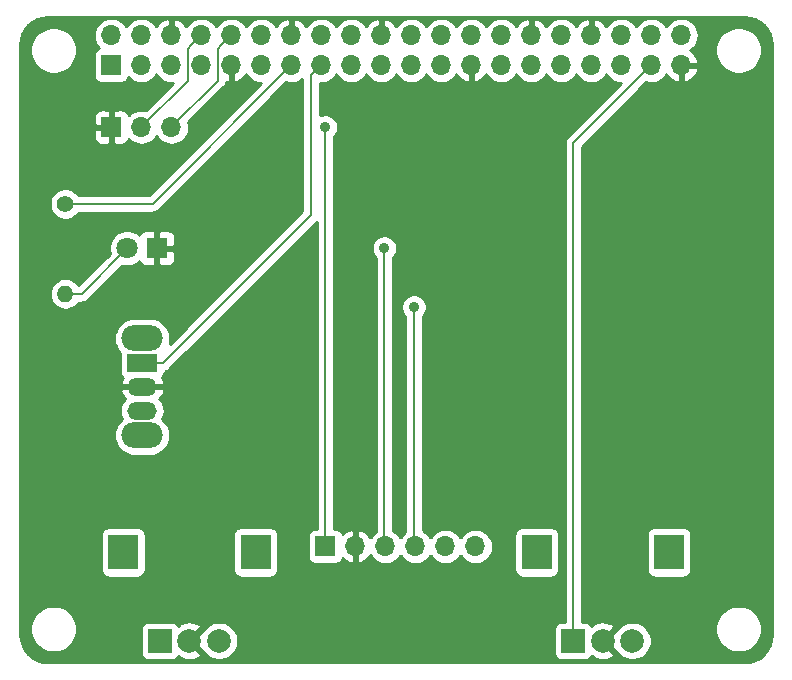
<source format=gtl>
G04 #@! TF.GenerationSoftware,KiCad,Pcbnew,5.1.2-f72e74a~84~ubuntu18.10.1*
G04 #@! TF.CreationDate,2019-07-04T17:38:07+09:00*
G04 #@! TF.ProjectId,RPI_HAT,5250495f-4841-4542-9e6b-696361645f70,rev?*
G04 #@! TF.SameCoordinates,Original*
G04 #@! TF.FileFunction,Copper,L1,Top*
G04 #@! TF.FilePolarity,Positive*
%FSLAX46Y46*%
G04 Gerber Fmt 4.6, Leading zero omitted, Abs format (unit mm)*
G04 Created by KiCad (PCBNEW 5.1.2-f72e74a~84~ubuntu18.10.1) date 2019-07-04 17:38:07*
%MOMM*%
%LPD*%
G04 APERTURE LIST*
%ADD10O,3.500000X2.200000*%
%ADD11O,2.500000X1.500000*%
%ADD12R,2.500000X1.500000*%
%ADD13O,1.700000X1.700000*%
%ADD14R,1.700000X1.700000*%
%ADD15O,1.400000X1.400000*%
%ADD16C,1.400000*%
%ADD17C,1.800000*%
%ADD18R,1.800000X1.800000*%
%ADD19R,2.000000X2.000000*%
%ADD20C,2.000000*%
%ADD21R,2.500000X3.000000*%
%ADD22C,0.900000*%
%ADD23C,0.200000*%
%ADD24C,0.254000*%
G04 APERTURE END LIST*
D10*
X211000000Y-130100000D03*
X211000000Y-121900000D03*
D11*
X211000000Y-128000000D03*
X211000000Y-126000000D03*
D12*
X211000000Y-124000000D03*
D13*
X239200000Y-139500000D03*
X236660000Y-139500000D03*
X234120000Y-139500000D03*
X231580000Y-139500000D03*
X229040000Y-139500000D03*
D14*
X226500000Y-139500000D03*
D13*
X213462000Y-104000000D03*
X210922000Y-104000000D03*
D14*
X208382000Y-104000000D03*
D15*
X204500000Y-118120000D03*
D16*
X204500000Y-110500000D03*
D17*
X209710000Y-114250000D03*
D18*
X212250000Y-114250000D03*
D19*
X247500000Y-147500000D03*
D20*
X250000000Y-147500000D03*
X252500000Y-147500000D03*
D21*
X244400000Y-140000000D03*
X255600000Y-140000000D03*
D19*
X212500000Y-147500000D03*
D20*
X215000000Y-147500000D03*
X217500000Y-147500000D03*
D21*
X209400000Y-140000000D03*
X220600000Y-140000000D03*
D14*
X208370000Y-98770000D03*
D13*
X208370000Y-96230000D03*
X210910000Y-98770000D03*
X210910000Y-96230000D03*
X213450000Y-98770000D03*
X213450000Y-96230000D03*
X215990000Y-98770000D03*
X215990000Y-96230000D03*
X218530000Y-98770000D03*
X218530000Y-96230000D03*
X221070000Y-98770000D03*
X221070000Y-96230000D03*
X223610000Y-98770000D03*
X223610000Y-96230000D03*
X226150000Y-98770000D03*
X226150000Y-96230000D03*
X228690000Y-98770000D03*
X228690000Y-96230000D03*
X231230000Y-98770000D03*
X231230000Y-96230000D03*
X233770000Y-98770000D03*
X233770000Y-96230000D03*
X236310000Y-98770000D03*
X236310000Y-96230000D03*
X238850000Y-98770000D03*
X238850000Y-96230000D03*
X241390000Y-98770000D03*
X241390000Y-96230000D03*
X243930000Y-98770000D03*
X243930000Y-96230000D03*
X246470000Y-98770000D03*
X246470000Y-96230000D03*
X249010000Y-98770000D03*
X249010000Y-96230000D03*
X251550000Y-98770000D03*
X251550000Y-96230000D03*
X254090000Y-98770000D03*
X254090000Y-96230000D03*
X256630000Y-98770000D03*
X256630000Y-96230000D03*
D22*
X234000000Y-119250000D03*
X231500000Y-114250000D03*
X226500000Y-104000000D03*
D23*
X247500000Y-105360000D02*
X247500000Y-147500000D01*
X254090000Y-98770000D02*
X247500000Y-105360000D01*
X234000000Y-139380000D02*
X234120000Y-139500000D01*
X234000000Y-119250000D02*
X234000000Y-139380000D01*
X231500000Y-139420000D02*
X231580000Y-139500000D01*
X231500000Y-114250000D02*
X231500000Y-139420000D01*
X226500000Y-104000000D02*
X226500000Y-139500000D01*
X205880000Y-118120000D02*
X209750000Y-114250000D01*
X204500000Y-118120000D02*
X205880000Y-118120000D01*
X214839999Y-100082001D02*
X214839999Y-97380001D01*
X215140001Y-97079999D02*
X215990000Y-96230000D01*
X214839999Y-97380001D02*
X215140001Y-97079999D01*
X210922000Y-104000000D02*
X214839999Y-100082001D01*
X217680001Y-97079999D02*
X218530000Y-96230000D01*
X217379999Y-97380001D02*
X217680001Y-97079999D01*
X217379999Y-100082001D02*
X217379999Y-97380001D01*
X213462000Y-104000000D02*
X217379999Y-100082001D01*
X211880000Y-110500000D02*
X223610000Y-98770000D01*
X204500000Y-110500000D02*
X211880000Y-110500000D01*
X212450000Y-124000000D02*
X211000000Y-124000000D01*
X225300001Y-111449999D02*
X212750000Y-124000000D01*
X212750000Y-124000000D02*
X212450000Y-124000000D01*
X225300001Y-99619999D02*
X225300001Y-111449999D01*
X226150000Y-98770000D02*
X225300001Y-99619999D01*
D24*
G36*
X262449016Y-94732312D02*
G01*
X262880930Y-94862714D01*
X263279285Y-95074524D01*
X263628914Y-95359675D01*
X263916497Y-95707303D01*
X264131086Y-96104177D01*
X264264498Y-96535161D01*
X264315001Y-97015663D01*
X264315000Y-146966495D01*
X264267688Y-147449016D01*
X264137287Y-147880927D01*
X263925480Y-148279280D01*
X263640325Y-148628914D01*
X263292697Y-148916497D01*
X262895825Y-149131085D01*
X262464834Y-149264500D01*
X261984346Y-149315000D01*
X203033504Y-149315000D01*
X202550984Y-149267688D01*
X202119073Y-149137287D01*
X201720720Y-148925480D01*
X201371086Y-148640325D01*
X201083503Y-148292697D01*
X200868915Y-147895825D01*
X200735500Y-147464834D01*
X200685000Y-146984346D01*
X200685000Y-146304495D01*
X201515000Y-146304495D01*
X201515000Y-146695505D01*
X201591282Y-147079003D01*
X201740915Y-147440250D01*
X201958149Y-147765364D01*
X202234636Y-148041851D01*
X202559750Y-148259085D01*
X202920997Y-148408718D01*
X203304495Y-148485000D01*
X203695505Y-148485000D01*
X204079003Y-148408718D01*
X204440250Y-148259085D01*
X204765364Y-148041851D01*
X205041851Y-147765364D01*
X205259085Y-147440250D01*
X205408718Y-147079003D01*
X205485000Y-146695505D01*
X205485000Y-146500000D01*
X210861928Y-146500000D01*
X210861928Y-148500000D01*
X210874188Y-148624482D01*
X210910498Y-148744180D01*
X210969463Y-148854494D01*
X211048815Y-148951185D01*
X211145506Y-149030537D01*
X211255820Y-149089502D01*
X211375518Y-149125812D01*
X211500000Y-149138072D01*
X213500000Y-149138072D01*
X213624482Y-149125812D01*
X213744180Y-149089502D01*
X213854494Y-149030537D01*
X213951185Y-148951185D01*
X214030537Y-148854494D01*
X214085976Y-148750777D01*
X214139956Y-148899814D01*
X214429571Y-149040704D01*
X214741108Y-149122384D01*
X215062595Y-149141718D01*
X215381675Y-149097961D01*
X215686088Y-148992795D01*
X215860044Y-148899814D01*
X215955808Y-148635413D01*
X215000000Y-147679605D01*
X214985858Y-147693748D01*
X214806253Y-147514143D01*
X214820395Y-147500000D01*
X215179605Y-147500000D01*
X216135413Y-148455808D01*
X216165075Y-148445065D01*
X216230013Y-148542252D01*
X216457748Y-148769987D01*
X216725537Y-148948918D01*
X217023088Y-149072168D01*
X217338967Y-149135000D01*
X217661033Y-149135000D01*
X217976912Y-149072168D01*
X218274463Y-148948918D01*
X218542252Y-148769987D01*
X218769987Y-148542252D01*
X218948918Y-148274463D01*
X219072168Y-147976912D01*
X219135000Y-147661033D01*
X219135000Y-147338967D01*
X219072168Y-147023088D01*
X218948918Y-146725537D01*
X218769987Y-146457748D01*
X218542252Y-146230013D01*
X218274463Y-146051082D01*
X217976912Y-145927832D01*
X217661033Y-145865000D01*
X217338967Y-145865000D01*
X217023088Y-145927832D01*
X216725537Y-146051082D01*
X216457748Y-146230013D01*
X216230013Y-146457748D01*
X216165075Y-146554935D01*
X216135413Y-146544192D01*
X215179605Y-147500000D01*
X214820395Y-147500000D01*
X214806253Y-147485858D01*
X214985858Y-147306253D01*
X215000000Y-147320395D01*
X215955808Y-146364587D01*
X215860044Y-146100186D01*
X215570429Y-145959296D01*
X215258892Y-145877616D01*
X214937405Y-145858282D01*
X214618325Y-145902039D01*
X214313912Y-146007205D01*
X214139956Y-146100186D01*
X214085976Y-146249223D01*
X214030537Y-146145506D01*
X213951185Y-146048815D01*
X213854494Y-145969463D01*
X213744180Y-145910498D01*
X213624482Y-145874188D01*
X213500000Y-145861928D01*
X211500000Y-145861928D01*
X211375518Y-145874188D01*
X211255820Y-145910498D01*
X211145506Y-145969463D01*
X211048815Y-146048815D01*
X210969463Y-146145506D01*
X210910498Y-146255820D01*
X210874188Y-146375518D01*
X210861928Y-146500000D01*
X205485000Y-146500000D01*
X205485000Y-146304495D01*
X205408718Y-145920997D01*
X205259085Y-145559750D01*
X205041851Y-145234636D01*
X204765364Y-144958149D01*
X204440250Y-144740915D01*
X204079003Y-144591282D01*
X203695505Y-144515000D01*
X203304495Y-144515000D01*
X202920997Y-144591282D01*
X202559750Y-144740915D01*
X202234636Y-144958149D01*
X201958149Y-145234636D01*
X201740915Y-145559750D01*
X201591282Y-145920997D01*
X201515000Y-146304495D01*
X200685000Y-146304495D01*
X200685000Y-138500000D01*
X207511928Y-138500000D01*
X207511928Y-141500000D01*
X207524188Y-141624482D01*
X207560498Y-141744180D01*
X207619463Y-141854494D01*
X207698815Y-141951185D01*
X207795506Y-142030537D01*
X207905820Y-142089502D01*
X208025518Y-142125812D01*
X208150000Y-142138072D01*
X210650000Y-142138072D01*
X210774482Y-142125812D01*
X210894180Y-142089502D01*
X211004494Y-142030537D01*
X211101185Y-141951185D01*
X211180537Y-141854494D01*
X211239502Y-141744180D01*
X211275812Y-141624482D01*
X211288072Y-141500000D01*
X211288072Y-138500000D01*
X218711928Y-138500000D01*
X218711928Y-141500000D01*
X218724188Y-141624482D01*
X218760498Y-141744180D01*
X218819463Y-141854494D01*
X218898815Y-141951185D01*
X218995506Y-142030537D01*
X219105820Y-142089502D01*
X219225518Y-142125812D01*
X219350000Y-142138072D01*
X221850000Y-142138072D01*
X221974482Y-142125812D01*
X222094180Y-142089502D01*
X222204494Y-142030537D01*
X222301185Y-141951185D01*
X222380537Y-141854494D01*
X222439502Y-141744180D01*
X222475812Y-141624482D01*
X222488072Y-141500000D01*
X222488072Y-138500000D01*
X222475812Y-138375518D01*
X222439502Y-138255820D01*
X222380537Y-138145506D01*
X222301185Y-138048815D01*
X222204494Y-137969463D01*
X222094180Y-137910498D01*
X221974482Y-137874188D01*
X221850000Y-137861928D01*
X219350000Y-137861928D01*
X219225518Y-137874188D01*
X219105820Y-137910498D01*
X218995506Y-137969463D01*
X218898815Y-138048815D01*
X218819463Y-138145506D01*
X218760498Y-138255820D01*
X218724188Y-138375518D01*
X218711928Y-138500000D01*
X211288072Y-138500000D01*
X211275812Y-138375518D01*
X211239502Y-138255820D01*
X211180537Y-138145506D01*
X211101185Y-138048815D01*
X211004494Y-137969463D01*
X210894180Y-137910498D01*
X210774482Y-137874188D01*
X210650000Y-137861928D01*
X208150000Y-137861928D01*
X208025518Y-137874188D01*
X207905820Y-137910498D01*
X207795506Y-137969463D01*
X207698815Y-138048815D01*
X207619463Y-138145506D01*
X207560498Y-138255820D01*
X207524188Y-138375518D01*
X207511928Y-138500000D01*
X200685000Y-138500000D01*
X200685000Y-130100000D01*
X208606606Y-130100000D01*
X208640105Y-130440119D01*
X208739314Y-130767168D01*
X208900421Y-131068578D01*
X209117234Y-131332766D01*
X209381422Y-131549579D01*
X209682832Y-131710686D01*
X210009881Y-131809895D01*
X210264775Y-131835000D01*
X211735225Y-131835000D01*
X211990119Y-131809895D01*
X212317168Y-131710686D01*
X212618578Y-131549579D01*
X212882766Y-131332766D01*
X213099579Y-131068578D01*
X213260686Y-130767168D01*
X213359895Y-130440119D01*
X213393394Y-130100000D01*
X213359895Y-129759881D01*
X213260686Y-129432832D01*
X213099579Y-129131422D01*
X212882766Y-128867234D01*
X212691006Y-128709861D01*
X212785764Y-128532581D01*
X212864960Y-128271507D01*
X212891701Y-128000000D01*
X212864960Y-127728493D01*
X212785764Y-127467419D01*
X212657157Y-127226812D01*
X212484081Y-127015919D01*
X212460591Y-126996642D01*
X212569145Y-126889540D01*
X212722142Y-126663868D01*
X212828173Y-126412684D01*
X212842318Y-126341185D01*
X212719656Y-126127000D01*
X211127000Y-126127000D01*
X211127000Y-126147000D01*
X210873000Y-126147000D01*
X210873000Y-126127000D01*
X209280344Y-126127000D01*
X209157682Y-126341185D01*
X209171827Y-126412684D01*
X209277858Y-126663868D01*
X209430855Y-126889540D01*
X209539409Y-126996642D01*
X209515919Y-127015919D01*
X209342843Y-127226812D01*
X209214236Y-127467419D01*
X209135040Y-127728493D01*
X209108299Y-128000000D01*
X209135040Y-128271507D01*
X209214236Y-128532581D01*
X209308994Y-128709861D01*
X209117234Y-128867234D01*
X208900421Y-129131422D01*
X208739314Y-129432832D01*
X208640105Y-129759881D01*
X208606606Y-130100000D01*
X200685000Y-130100000D01*
X200685000Y-118120000D01*
X203158541Y-118120000D01*
X203184317Y-118381706D01*
X203260653Y-118633354D01*
X203384618Y-118865275D01*
X203551445Y-119068555D01*
X203754725Y-119235382D01*
X203986646Y-119359347D01*
X204238294Y-119435683D01*
X204434421Y-119455000D01*
X204565579Y-119455000D01*
X204761706Y-119435683D01*
X205013354Y-119359347D01*
X205245275Y-119235382D01*
X205448555Y-119068555D01*
X205615382Y-118865275D01*
X205620874Y-118855000D01*
X205843895Y-118855000D01*
X205880000Y-118858556D01*
X205916105Y-118855000D01*
X206024085Y-118844365D01*
X206162633Y-118802337D01*
X206290320Y-118734087D01*
X206402238Y-118642238D01*
X206425259Y-118614187D01*
X209304945Y-115734502D01*
X209558816Y-115785000D01*
X209861184Y-115785000D01*
X210157743Y-115726011D01*
X210437095Y-115610299D01*
X210688505Y-115442312D01*
X210754944Y-115375873D01*
X210760498Y-115394180D01*
X210819463Y-115504494D01*
X210898815Y-115601185D01*
X210995506Y-115680537D01*
X211105820Y-115739502D01*
X211225518Y-115775812D01*
X211350000Y-115788072D01*
X211964250Y-115785000D01*
X212123000Y-115626250D01*
X212123000Y-114377000D01*
X212377000Y-114377000D01*
X212377000Y-115626250D01*
X212535750Y-115785000D01*
X213150000Y-115788072D01*
X213274482Y-115775812D01*
X213394180Y-115739502D01*
X213504494Y-115680537D01*
X213601185Y-115601185D01*
X213680537Y-115504494D01*
X213739502Y-115394180D01*
X213775812Y-115274482D01*
X213788072Y-115150000D01*
X213785000Y-114535750D01*
X213626250Y-114377000D01*
X212377000Y-114377000D01*
X212123000Y-114377000D01*
X212103000Y-114377000D01*
X212103000Y-114123000D01*
X212123000Y-114123000D01*
X212123000Y-112873750D01*
X212377000Y-112873750D01*
X212377000Y-114123000D01*
X213626250Y-114123000D01*
X213785000Y-113964250D01*
X213788072Y-113350000D01*
X213775812Y-113225518D01*
X213739502Y-113105820D01*
X213680537Y-112995506D01*
X213601185Y-112898815D01*
X213504494Y-112819463D01*
X213394180Y-112760498D01*
X213274482Y-112724188D01*
X213150000Y-112711928D01*
X212535750Y-112715000D01*
X212377000Y-112873750D01*
X212123000Y-112873750D01*
X211964250Y-112715000D01*
X211350000Y-112711928D01*
X211225518Y-112724188D01*
X211105820Y-112760498D01*
X210995506Y-112819463D01*
X210898815Y-112898815D01*
X210819463Y-112995506D01*
X210760498Y-113105820D01*
X210754944Y-113124127D01*
X210688505Y-113057688D01*
X210437095Y-112889701D01*
X210157743Y-112773989D01*
X209861184Y-112715000D01*
X209558816Y-112715000D01*
X209262257Y-112773989D01*
X208982905Y-112889701D01*
X208731495Y-113057688D01*
X208517688Y-113271495D01*
X208349701Y-113522905D01*
X208233989Y-113802257D01*
X208175000Y-114098816D01*
X208175000Y-114401184D01*
X208233989Y-114697743D01*
X208242431Y-114718123D01*
X205602061Y-117358493D01*
X205448555Y-117171445D01*
X205245275Y-117004618D01*
X205013354Y-116880653D01*
X204761706Y-116804317D01*
X204565579Y-116785000D01*
X204434421Y-116785000D01*
X204238294Y-116804317D01*
X203986646Y-116880653D01*
X203754725Y-117004618D01*
X203551445Y-117171445D01*
X203384618Y-117374725D01*
X203260653Y-117606646D01*
X203184317Y-117858294D01*
X203158541Y-118120000D01*
X200685000Y-118120000D01*
X200685000Y-110368514D01*
X203165000Y-110368514D01*
X203165000Y-110631486D01*
X203216304Y-110889405D01*
X203316939Y-111132359D01*
X203463038Y-111351013D01*
X203648987Y-111536962D01*
X203867641Y-111683061D01*
X204110595Y-111783696D01*
X204368514Y-111835000D01*
X204631486Y-111835000D01*
X204889405Y-111783696D01*
X205132359Y-111683061D01*
X205351013Y-111536962D01*
X205536962Y-111351013D01*
X205614479Y-111235000D01*
X211843895Y-111235000D01*
X211880000Y-111238556D01*
X211916105Y-111235000D01*
X212024085Y-111224365D01*
X212162633Y-111182337D01*
X212290320Y-111114087D01*
X212402238Y-111022238D01*
X212425259Y-110994187D01*
X223216879Y-100202568D01*
X223318889Y-100233513D01*
X223537050Y-100255000D01*
X223682950Y-100255000D01*
X223901111Y-100233513D01*
X224181034Y-100148599D01*
X224439014Y-100010706D01*
X224565001Y-99907311D01*
X224565002Y-111145551D01*
X213311762Y-122398792D01*
X213359895Y-122240119D01*
X213393394Y-121900000D01*
X213359895Y-121559881D01*
X213260686Y-121232832D01*
X213099579Y-120931422D01*
X212882766Y-120667234D01*
X212618578Y-120450421D01*
X212317168Y-120289314D01*
X211990119Y-120190105D01*
X211735225Y-120165000D01*
X210264775Y-120165000D01*
X210009881Y-120190105D01*
X209682832Y-120289314D01*
X209381422Y-120450421D01*
X209117234Y-120667234D01*
X208900421Y-120931422D01*
X208739314Y-121232832D01*
X208640105Y-121559881D01*
X208606606Y-121900000D01*
X208640105Y-122240119D01*
X208739314Y-122567168D01*
X208900421Y-122868578D01*
X209117234Y-123132766D01*
X209123008Y-123137504D01*
X209111928Y-123250000D01*
X209111928Y-124750000D01*
X209124188Y-124874482D01*
X209160498Y-124994180D01*
X209219463Y-125104494D01*
X209298815Y-125201185D01*
X209344133Y-125238376D01*
X209277858Y-125336132D01*
X209171827Y-125587316D01*
X209157682Y-125658815D01*
X209280344Y-125873000D01*
X210873000Y-125873000D01*
X210873000Y-125853000D01*
X211127000Y-125853000D01*
X211127000Y-125873000D01*
X212719656Y-125873000D01*
X212842318Y-125658815D01*
X212828173Y-125587316D01*
X212722142Y-125336132D01*
X212655867Y-125238376D01*
X212701185Y-125201185D01*
X212780537Y-125104494D01*
X212839502Y-124994180D01*
X212875812Y-124874482D01*
X212888072Y-124750000D01*
X212888072Y-124724957D01*
X212894085Y-124724365D01*
X213032633Y-124682337D01*
X213160320Y-124614087D01*
X213272238Y-124522238D01*
X213295259Y-124494187D01*
X225765000Y-112024447D01*
X225765001Y-138011928D01*
X225650000Y-138011928D01*
X225525518Y-138024188D01*
X225405820Y-138060498D01*
X225295506Y-138119463D01*
X225198815Y-138198815D01*
X225119463Y-138295506D01*
X225060498Y-138405820D01*
X225024188Y-138525518D01*
X225011928Y-138650000D01*
X225011928Y-140350000D01*
X225024188Y-140474482D01*
X225060498Y-140594180D01*
X225119463Y-140704494D01*
X225198815Y-140801185D01*
X225295506Y-140880537D01*
X225405820Y-140939502D01*
X225525518Y-140975812D01*
X225650000Y-140988072D01*
X227350000Y-140988072D01*
X227474482Y-140975812D01*
X227594180Y-140939502D01*
X227704494Y-140880537D01*
X227801185Y-140801185D01*
X227880537Y-140704494D01*
X227939502Y-140594180D01*
X227963966Y-140513534D01*
X228039731Y-140597588D01*
X228273080Y-140771641D01*
X228535901Y-140896825D01*
X228683110Y-140941476D01*
X228913000Y-140820155D01*
X228913000Y-139627000D01*
X228893000Y-139627000D01*
X228893000Y-139373000D01*
X228913000Y-139373000D01*
X228913000Y-138179845D01*
X229167000Y-138179845D01*
X229167000Y-139373000D01*
X229187000Y-139373000D01*
X229187000Y-139627000D01*
X229167000Y-139627000D01*
X229167000Y-140820155D01*
X229396890Y-140941476D01*
X229544099Y-140896825D01*
X229806920Y-140771641D01*
X230040269Y-140597588D01*
X230235178Y-140381355D01*
X230304799Y-140264477D01*
X230339294Y-140329014D01*
X230524866Y-140555134D01*
X230750986Y-140740706D01*
X231008966Y-140878599D01*
X231288889Y-140963513D01*
X231507050Y-140985000D01*
X231652950Y-140985000D01*
X231871111Y-140963513D01*
X232151034Y-140878599D01*
X232409014Y-140740706D01*
X232635134Y-140555134D01*
X232820706Y-140329014D01*
X232850000Y-140274209D01*
X232879294Y-140329014D01*
X233064866Y-140555134D01*
X233290986Y-140740706D01*
X233548966Y-140878599D01*
X233828889Y-140963513D01*
X234047050Y-140985000D01*
X234192950Y-140985000D01*
X234411111Y-140963513D01*
X234691034Y-140878599D01*
X234949014Y-140740706D01*
X235175134Y-140555134D01*
X235360706Y-140329014D01*
X235390000Y-140274209D01*
X235419294Y-140329014D01*
X235604866Y-140555134D01*
X235830986Y-140740706D01*
X236088966Y-140878599D01*
X236368889Y-140963513D01*
X236587050Y-140985000D01*
X236732950Y-140985000D01*
X236951111Y-140963513D01*
X237231034Y-140878599D01*
X237489014Y-140740706D01*
X237715134Y-140555134D01*
X237900706Y-140329014D01*
X237930000Y-140274209D01*
X237959294Y-140329014D01*
X238144866Y-140555134D01*
X238370986Y-140740706D01*
X238628966Y-140878599D01*
X238908889Y-140963513D01*
X239127050Y-140985000D01*
X239272950Y-140985000D01*
X239491111Y-140963513D01*
X239771034Y-140878599D01*
X240029014Y-140740706D01*
X240255134Y-140555134D01*
X240440706Y-140329014D01*
X240578599Y-140071034D01*
X240663513Y-139791111D01*
X240692185Y-139500000D01*
X240663513Y-139208889D01*
X240578599Y-138928966D01*
X240440706Y-138670986D01*
X240300382Y-138500000D01*
X242511928Y-138500000D01*
X242511928Y-141500000D01*
X242524188Y-141624482D01*
X242560498Y-141744180D01*
X242619463Y-141854494D01*
X242698815Y-141951185D01*
X242795506Y-142030537D01*
X242905820Y-142089502D01*
X243025518Y-142125812D01*
X243150000Y-142138072D01*
X245650000Y-142138072D01*
X245774482Y-142125812D01*
X245894180Y-142089502D01*
X246004494Y-142030537D01*
X246101185Y-141951185D01*
X246180537Y-141854494D01*
X246239502Y-141744180D01*
X246275812Y-141624482D01*
X246288072Y-141500000D01*
X246288072Y-138500000D01*
X246275812Y-138375518D01*
X246239502Y-138255820D01*
X246180537Y-138145506D01*
X246101185Y-138048815D01*
X246004494Y-137969463D01*
X245894180Y-137910498D01*
X245774482Y-137874188D01*
X245650000Y-137861928D01*
X243150000Y-137861928D01*
X243025518Y-137874188D01*
X242905820Y-137910498D01*
X242795506Y-137969463D01*
X242698815Y-138048815D01*
X242619463Y-138145506D01*
X242560498Y-138255820D01*
X242524188Y-138375518D01*
X242511928Y-138500000D01*
X240300382Y-138500000D01*
X240255134Y-138444866D01*
X240029014Y-138259294D01*
X239771034Y-138121401D01*
X239491111Y-138036487D01*
X239272950Y-138015000D01*
X239127050Y-138015000D01*
X238908889Y-138036487D01*
X238628966Y-138121401D01*
X238370986Y-138259294D01*
X238144866Y-138444866D01*
X237959294Y-138670986D01*
X237930000Y-138725791D01*
X237900706Y-138670986D01*
X237715134Y-138444866D01*
X237489014Y-138259294D01*
X237231034Y-138121401D01*
X236951111Y-138036487D01*
X236732950Y-138015000D01*
X236587050Y-138015000D01*
X236368889Y-138036487D01*
X236088966Y-138121401D01*
X235830986Y-138259294D01*
X235604866Y-138444866D01*
X235419294Y-138670986D01*
X235390000Y-138725791D01*
X235360706Y-138670986D01*
X235175134Y-138444866D01*
X234949014Y-138259294D01*
X234735000Y-138144901D01*
X234735000Y-120049422D01*
X234842775Y-119941647D01*
X234961515Y-119763940D01*
X235043304Y-119566483D01*
X235085000Y-119356863D01*
X235085000Y-119143137D01*
X235043304Y-118933517D01*
X234961515Y-118736060D01*
X234842775Y-118558353D01*
X234691647Y-118407225D01*
X234513940Y-118288485D01*
X234316483Y-118206696D01*
X234106863Y-118165000D01*
X233893137Y-118165000D01*
X233683517Y-118206696D01*
X233486060Y-118288485D01*
X233308353Y-118407225D01*
X233157225Y-118558353D01*
X233038485Y-118736060D01*
X232956696Y-118933517D01*
X232915000Y-119143137D01*
X232915000Y-119356863D01*
X232956696Y-119566483D01*
X233038485Y-119763940D01*
X233157225Y-119941647D01*
X233265000Y-120049422D01*
X233265001Y-138280619D01*
X233064866Y-138444866D01*
X232879294Y-138670986D01*
X232850000Y-138725791D01*
X232820706Y-138670986D01*
X232635134Y-138444866D01*
X232409014Y-138259294D01*
X232235000Y-138166282D01*
X232235000Y-115049422D01*
X232342775Y-114941647D01*
X232461515Y-114763940D01*
X232543304Y-114566483D01*
X232585000Y-114356863D01*
X232585000Y-114143137D01*
X232543304Y-113933517D01*
X232461515Y-113736060D01*
X232342775Y-113558353D01*
X232191647Y-113407225D01*
X232013940Y-113288485D01*
X231816483Y-113206696D01*
X231606863Y-113165000D01*
X231393137Y-113165000D01*
X231183517Y-113206696D01*
X230986060Y-113288485D01*
X230808353Y-113407225D01*
X230657225Y-113558353D01*
X230538485Y-113736060D01*
X230456696Y-113933517D01*
X230415000Y-114143137D01*
X230415000Y-114356863D01*
X230456696Y-114566483D01*
X230538485Y-114763940D01*
X230657225Y-114941647D01*
X230765000Y-115049422D01*
X230765001Y-138251803D01*
X230750986Y-138259294D01*
X230524866Y-138444866D01*
X230339294Y-138670986D01*
X230304799Y-138735523D01*
X230235178Y-138618645D01*
X230040269Y-138402412D01*
X229806920Y-138228359D01*
X229544099Y-138103175D01*
X229396890Y-138058524D01*
X229167000Y-138179845D01*
X228913000Y-138179845D01*
X228683110Y-138058524D01*
X228535901Y-138103175D01*
X228273080Y-138228359D01*
X228039731Y-138402412D01*
X227963966Y-138486466D01*
X227939502Y-138405820D01*
X227880537Y-138295506D01*
X227801185Y-138198815D01*
X227704494Y-138119463D01*
X227594180Y-138060498D01*
X227474482Y-138024188D01*
X227350000Y-138011928D01*
X227235000Y-138011928D01*
X227235000Y-104799422D01*
X227342775Y-104691647D01*
X227461515Y-104513940D01*
X227543304Y-104316483D01*
X227585000Y-104106863D01*
X227585000Y-103893137D01*
X227543304Y-103683517D01*
X227461515Y-103486060D01*
X227342775Y-103308353D01*
X227191647Y-103157225D01*
X227013940Y-103038485D01*
X226816483Y-102956696D01*
X226606863Y-102915000D01*
X226393137Y-102915000D01*
X226183517Y-102956696D01*
X226035001Y-103018213D01*
X226035001Y-100250859D01*
X226077050Y-100255000D01*
X226222950Y-100255000D01*
X226441111Y-100233513D01*
X226721034Y-100148599D01*
X226979014Y-100010706D01*
X227205134Y-99825134D01*
X227390706Y-99599014D01*
X227420000Y-99544209D01*
X227449294Y-99599014D01*
X227634866Y-99825134D01*
X227860986Y-100010706D01*
X228118966Y-100148599D01*
X228398889Y-100233513D01*
X228617050Y-100255000D01*
X228762950Y-100255000D01*
X228981111Y-100233513D01*
X229261034Y-100148599D01*
X229519014Y-100010706D01*
X229745134Y-99825134D01*
X229930706Y-99599014D01*
X229960000Y-99544209D01*
X229989294Y-99599014D01*
X230174866Y-99825134D01*
X230400986Y-100010706D01*
X230658966Y-100148599D01*
X230938889Y-100233513D01*
X231157050Y-100255000D01*
X231302950Y-100255000D01*
X231521111Y-100233513D01*
X231801034Y-100148599D01*
X232059014Y-100010706D01*
X232285134Y-99825134D01*
X232470706Y-99599014D01*
X232500000Y-99544209D01*
X232529294Y-99599014D01*
X232714866Y-99825134D01*
X232940986Y-100010706D01*
X233198966Y-100148599D01*
X233478889Y-100233513D01*
X233697050Y-100255000D01*
X233842950Y-100255000D01*
X234061111Y-100233513D01*
X234341034Y-100148599D01*
X234599014Y-100010706D01*
X234825134Y-99825134D01*
X235010706Y-99599014D01*
X235040000Y-99544209D01*
X235069294Y-99599014D01*
X235254866Y-99825134D01*
X235480986Y-100010706D01*
X235738966Y-100148599D01*
X236018889Y-100233513D01*
X236237050Y-100255000D01*
X236382950Y-100255000D01*
X236601111Y-100233513D01*
X236881034Y-100148599D01*
X237139014Y-100010706D01*
X237365134Y-99825134D01*
X237550706Y-99599014D01*
X237585201Y-99534477D01*
X237654822Y-99651355D01*
X237849731Y-99867588D01*
X238083080Y-100041641D01*
X238345901Y-100166825D01*
X238493110Y-100211476D01*
X238723000Y-100090155D01*
X238723000Y-98897000D01*
X238703000Y-98897000D01*
X238703000Y-98643000D01*
X238723000Y-98643000D01*
X238723000Y-98623000D01*
X238977000Y-98623000D01*
X238977000Y-98643000D01*
X238997000Y-98643000D01*
X238997000Y-98897000D01*
X238977000Y-98897000D01*
X238977000Y-100090155D01*
X239206890Y-100211476D01*
X239354099Y-100166825D01*
X239616920Y-100041641D01*
X239850269Y-99867588D01*
X240045178Y-99651355D01*
X240114799Y-99534477D01*
X240149294Y-99599014D01*
X240334866Y-99825134D01*
X240560986Y-100010706D01*
X240818966Y-100148599D01*
X241098889Y-100233513D01*
X241317050Y-100255000D01*
X241462950Y-100255000D01*
X241681111Y-100233513D01*
X241961034Y-100148599D01*
X242219014Y-100010706D01*
X242445134Y-99825134D01*
X242630706Y-99599014D01*
X242660000Y-99544209D01*
X242689294Y-99599014D01*
X242874866Y-99825134D01*
X243100986Y-100010706D01*
X243358966Y-100148599D01*
X243638889Y-100233513D01*
X243857050Y-100255000D01*
X244002950Y-100255000D01*
X244221111Y-100233513D01*
X244501034Y-100148599D01*
X244759014Y-100010706D01*
X244985134Y-99825134D01*
X245170706Y-99599014D01*
X245200000Y-99544209D01*
X245229294Y-99599014D01*
X245414866Y-99825134D01*
X245640986Y-100010706D01*
X245898966Y-100148599D01*
X246178889Y-100233513D01*
X246397050Y-100255000D01*
X246542950Y-100255000D01*
X246761111Y-100233513D01*
X247041034Y-100148599D01*
X247299014Y-100010706D01*
X247525134Y-99825134D01*
X247710706Y-99599014D01*
X247740000Y-99544209D01*
X247769294Y-99599014D01*
X247954866Y-99825134D01*
X248180986Y-100010706D01*
X248438966Y-100148599D01*
X248718889Y-100233513D01*
X248937050Y-100255000D01*
X249082950Y-100255000D01*
X249301111Y-100233513D01*
X249581034Y-100148599D01*
X249839014Y-100010706D01*
X250065134Y-99825134D01*
X250250706Y-99599014D01*
X250280000Y-99544209D01*
X250309294Y-99599014D01*
X250494866Y-99825134D01*
X250720986Y-100010706D01*
X250978966Y-100148599D01*
X251258889Y-100233513D01*
X251477050Y-100255000D01*
X251565553Y-100255000D01*
X247005808Y-104814746D01*
X246977762Y-104837763D01*
X246885913Y-104949681D01*
X246817663Y-105077368D01*
X246788384Y-105173887D01*
X246775635Y-105215915D01*
X246761444Y-105360000D01*
X246765000Y-105396105D01*
X246765001Y-145861928D01*
X246500000Y-145861928D01*
X246375518Y-145874188D01*
X246255820Y-145910498D01*
X246145506Y-145969463D01*
X246048815Y-146048815D01*
X245969463Y-146145506D01*
X245910498Y-146255820D01*
X245874188Y-146375518D01*
X245861928Y-146500000D01*
X245861928Y-148500000D01*
X245874188Y-148624482D01*
X245910498Y-148744180D01*
X245969463Y-148854494D01*
X246048815Y-148951185D01*
X246145506Y-149030537D01*
X246255820Y-149089502D01*
X246375518Y-149125812D01*
X246500000Y-149138072D01*
X248500000Y-149138072D01*
X248624482Y-149125812D01*
X248744180Y-149089502D01*
X248854494Y-149030537D01*
X248951185Y-148951185D01*
X249030537Y-148854494D01*
X249085976Y-148750777D01*
X249139956Y-148899814D01*
X249429571Y-149040704D01*
X249741108Y-149122384D01*
X250062595Y-149141718D01*
X250381675Y-149097961D01*
X250686088Y-148992795D01*
X250860044Y-148899814D01*
X250955808Y-148635413D01*
X250000000Y-147679605D01*
X249985858Y-147693748D01*
X249806253Y-147514143D01*
X249820395Y-147500000D01*
X250179605Y-147500000D01*
X251135413Y-148455808D01*
X251165075Y-148445065D01*
X251230013Y-148542252D01*
X251457748Y-148769987D01*
X251725537Y-148948918D01*
X252023088Y-149072168D01*
X252338967Y-149135000D01*
X252661033Y-149135000D01*
X252976912Y-149072168D01*
X253274463Y-148948918D01*
X253542252Y-148769987D01*
X253769987Y-148542252D01*
X253948918Y-148274463D01*
X254072168Y-147976912D01*
X254135000Y-147661033D01*
X254135000Y-147338967D01*
X254072168Y-147023088D01*
X253948918Y-146725537D01*
X253769987Y-146457748D01*
X253616734Y-146304495D01*
X259515000Y-146304495D01*
X259515000Y-146695505D01*
X259591282Y-147079003D01*
X259740915Y-147440250D01*
X259958149Y-147765364D01*
X260234636Y-148041851D01*
X260559750Y-148259085D01*
X260920997Y-148408718D01*
X261304495Y-148485000D01*
X261695505Y-148485000D01*
X262079003Y-148408718D01*
X262440250Y-148259085D01*
X262765364Y-148041851D01*
X263041851Y-147765364D01*
X263259085Y-147440250D01*
X263408718Y-147079003D01*
X263485000Y-146695505D01*
X263485000Y-146304495D01*
X263408718Y-145920997D01*
X263259085Y-145559750D01*
X263041851Y-145234636D01*
X262765364Y-144958149D01*
X262440250Y-144740915D01*
X262079003Y-144591282D01*
X261695505Y-144515000D01*
X261304495Y-144515000D01*
X260920997Y-144591282D01*
X260559750Y-144740915D01*
X260234636Y-144958149D01*
X259958149Y-145234636D01*
X259740915Y-145559750D01*
X259591282Y-145920997D01*
X259515000Y-146304495D01*
X253616734Y-146304495D01*
X253542252Y-146230013D01*
X253274463Y-146051082D01*
X252976912Y-145927832D01*
X252661033Y-145865000D01*
X252338967Y-145865000D01*
X252023088Y-145927832D01*
X251725537Y-146051082D01*
X251457748Y-146230013D01*
X251230013Y-146457748D01*
X251165075Y-146554935D01*
X251135413Y-146544192D01*
X250179605Y-147500000D01*
X249820395Y-147500000D01*
X249806253Y-147485858D01*
X249985858Y-147306253D01*
X250000000Y-147320395D01*
X250955808Y-146364587D01*
X250860044Y-146100186D01*
X250570429Y-145959296D01*
X250258892Y-145877616D01*
X249937405Y-145858282D01*
X249618325Y-145902039D01*
X249313912Y-146007205D01*
X249139956Y-146100186D01*
X249085976Y-146249223D01*
X249030537Y-146145506D01*
X248951185Y-146048815D01*
X248854494Y-145969463D01*
X248744180Y-145910498D01*
X248624482Y-145874188D01*
X248500000Y-145861928D01*
X248235000Y-145861928D01*
X248235000Y-138500000D01*
X253711928Y-138500000D01*
X253711928Y-141500000D01*
X253724188Y-141624482D01*
X253760498Y-141744180D01*
X253819463Y-141854494D01*
X253898815Y-141951185D01*
X253995506Y-142030537D01*
X254105820Y-142089502D01*
X254225518Y-142125812D01*
X254350000Y-142138072D01*
X256850000Y-142138072D01*
X256974482Y-142125812D01*
X257094180Y-142089502D01*
X257204494Y-142030537D01*
X257301185Y-141951185D01*
X257380537Y-141854494D01*
X257439502Y-141744180D01*
X257475812Y-141624482D01*
X257488072Y-141500000D01*
X257488072Y-138500000D01*
X257475812Y-138375518D01*
X257439502Y-138255820D01*
X257380537Y-138145506D01*
X257301185Y-138048815D01*
X257204494Y-137969463D01*
X257094180Y-137910498D01*
X256974482Y-137874188D01*
X256850000Y-137861928D01*
X254350000Y-137861928D01*
X254225518Y-137874188D01*
X254105820Y-137910498D01*
X253995506Y-137969463D01*
X253898815Y-138048815D01*
X253819463Y-138145506D01*
X253760498Y-138255820D01*
X253724188Y-138375518D01*
X253711928Y-138500000D01*
X248235000Y-138500000D01*
X248235000Y-105664446D01*
X253696879Y-100202568D01*
X253798889Y-100233513D01*
X254017050Y-100255000D01*
X254162950Y-100255000D01*
X254381111Y-100233513D01*
X254661034Y-100148599D01*
X254919014Y-100010706D01*
X255145134Y-99825134D01*
X255330706Y-99599014D01*
X255365201Y-99534477D01*
X255434822Y-99651355D01*
X255629731Y-99867588D01*
X255863080Y-100041641D01*
X256125901Y-100166825D01*
X256273110Y-100211476D01*
X256503000Y-100090155D01*
X256503000Y-98897000D01*
X256757000Y-98897000D01*
X256757000Y-100090155D01*
X256986890Y-100211476D01*
X257134099Y-100166825D01*
X257396920Y-100041641D01*
X257630269Y-99867588D01*
X257825178Y-99651355D01*
X257974157Y-99401252D01*
X258071481Y-99126891D01*
X257950814Y-98897000D01*
X256757000Y-98897000D01*
X256503000Y-98897000D01*
X256483000Y-98897000D01*
X256483000Y-98643000D01*
X256503000Y-98643000D01*
X256503000Y-98623000D01*
X256757000Y-98623000D01*
X256757000Y-98643000D01*
X257950814Y-98643000D01*
X258071481Y-98413109D01*
X257974157Y-98138748D01*
X257825178Y-97888645D01*
X257630269Y-97672412D01*
X257401244Y-97501584D01*
X257459014Y-97470706D01*
X257661542Y-97304495D01*
X259515000Y-97304495D01*
X259515000Y-97695505D01*
X259591282Y-98079003D01*
X259740915Y-98440250D01*
X259958149Y-98765364D01*
X260234636Y-99041851D01*
X260559750Y-99259085D01*
X260920997Y-99408718D01*
X261304495Y-99485000D01*
X261695505Y-99485000D01*
X262079003Y-99408718D01*
X262440250Y-99259085D01*
X262765364Y-99041851D01*
X263041851Y-98765364D01*
X263259085Y-98440250D01*
X263408718Y-98079003D01*
X263485000Y-97695505D01*
X263485000Y-97304495D01*
X263408718Y-96920997D01*
X263259085Y-96559750D01*
X263041851Y-96234636D01*
X262765364Y-95958149D01*
X262440250Y-95740915D01*
X262079003Y-95591282D01*
X261695505Y-95515000D01*
X261304495Y-95515000D01*
X260920997Y-95591282D01*
X260559750Y-95740915D01*
X260234636Y-95958149D01*
X259958149Y-96234636D01*
X259740915Y-96559750D01*
X259591282Y-96920997D01*
X259515000Y-97304495D01*
X257661542Y-97304495D01*
X257685134Y-97285134D01*
X257870706Y-97059014D01*
X258008599Y-96801034D01*
X258093513Y-96521111D01*
X258122185Y-96230000D01*
X258093513Y-95938889D01*
X258008599Y-95658966D01*
X257870706Y-95400986D01*
X257685134Y-95174866D01*
X257459014Y-94989294D01*
X257201034Y-94851401D01*
X256921111Y-94766487D01*
X256702950Y-94745000D01*
X256557050Y-94745000D01*
X256338889Y-94766487D01*
X256058966Y-94851401D01*
X255800986Y-94989294D01*
X255574866Y-95174866D01*
X255389294Y-95400986D01*
X255360000Y-95455791D01*
X255330706Y-95400986D01*
X255145134Y-95174866D01*
X254919014Y-94989294D01*
X254661034Y-94851401D01*
X254381111Y-94766487D01*
X254162950Y-94745000D01*
X254017050Y-94745000D01*
X253798889Y-94766487D01*
X253518966Y-94851401D01*
X253260986Y-94989294D01*
X253034866Y-95174866D01*
X252849294Y-95400986D01*
X252820000Y-95455791D01*
X252790706Y-95400986D01*
X252605134Y-95174866D01*
X252379014Y-94989294D01*
X252121034Y-94851401D01*
X251841111Y-94766487D01*
X251622950Y-94745000D01*
X251477050Y-94745000D01*
X251258889Y-94766487D01*
X250978966Y-94851401D01*
X250720986Y-94989294D01*
X250494866Y-95174866D01*
X250309294Y-95400986D01*
X250274799Y-95465523D01*
X250205178Y-95348645D01*
X250010269Y-95132412D01*
X249776920Y-94958359D01*
X249514099Y-94833175D01*
X249366890Y-94788524D01*
X249137000Y-94909845D01*
X249137000Y-96103000D01*
X249157000Y-96103000D01*
X249157000Y-96357000D01*
X249137000Y-96357000D01*
X249137000Y-96377000D01*
X248883000Y-96377000D01*
X248883000Y-96357000D01*
X248863000Y-96357000D01*
X248863000Y-96103000D01*
X248883000Y-96103000D01*
X248883000Y-94909845D01*
X248653110Y-94788524D01*
X248505901Y-94833175D01*
X248243080Y-94958359D01*
X248009731Y-95132412D01*
X247814822Y-95348645D01*
X247745201Y-95465523D01*
X247710706Y-95400986D01*
X247525134Y-95174866D01*
X247299014Y-94989294D01*
X247041034Y-94851401D01*
X246761111Y-94766487D01*
X246542950Y-94745000D01*
X246397050Y-94745000D01*
X246178889Y-94766487D01*
X245898966Y-94851401D01*
X245640986Y-94989294D01*
X245414866Y-95174866D01*
X245229294Y-95400986D01*
X245194799Y-95465523D01*
X245125178Y-95348645D01*
X244930269Y-95132412D01*
X244696920Y-94958359D01*
X244434099Y-94833175D01*
X244286890Y-94788524D01*
X244057000Y-94909845D01*
X244057000Y-96103000D01*
X244077000Y-96103000D01*
X244077000Y-96357000D01*
X244057000Y-96357000D01*
X244057000Y-96377000D01*
X243803000Y-96377000D01*
X243803000Y-96357000D01*
X243783000Y-96357000D01*
X243783000Y-96103000D01*
X243803000Y-96103000D01*
X243803000Y-94909845D01*
X243573110Y-94788524D01*
X243425901Y-94833175D01*
X243163080Y-94958359D01*
X242929731Y-95132412D01*
X242734822Y-95348645D01*
X242665201Y-95465523D01*
X242630706Y-95400986D01*
X242445134Y-95174866D01*
X242219014Y-94989294D01*
X241961034Y-94851401D01*
X241681111Y-94766487D01*
X241462950Y-94745000D01*
X241317050Y-94745000D01*
X241098889Y-94766487D01*
X240818966Y-94851401D01*
X240560986Y-94989294D01*
X240334866Y-95174866D01*
X240149294Y-95400986D01*
X240120000Y-95455791D01*
X240090706Y-95400986D01*
X239905134Y-95174866D01*
X239679014Y-94989294D01*
X239421034Y-94851401D01*
X239141111Y-94766487D01*
X238922950Y-94745000D01*
X238777050Y-94745000D01*
X238558889Y-94766487D01*
X238278966Y-94851401D01*
X238020986Y-94989294D01*
X237794866Y-95174866D01*
X237609294Y-95400986D01*
X237580000Y-95455791D01*
X237550706Y-95400986D01*
X237365134Y-95174866D01*
X237139014Y-94989294D01*
X236881034Y-94851401D01*
X236601111Y-94766487D01*
X236382950Y-94745000D01*
X236237050Y-94745000D01*
X236018889Y-94766487D01*
X235738966Y-94851401D01*
X235480986Y-94989294D01*
X235254866Y-95174866D01*
X235069294Y-95400986D01*
X235040000Y-95455791D01*
X235010706Y-95400986D01*
X234825134Y-95174866D01*
X234599014Y-94989294D01*
X234341034Y-94851401D01*
X234061111Y-94766487D01*
X233842950Y-94745000D01*
X233697050Y-94745000D01*
X233478889Y-94766487D01*
X233198966Y-94851401D01*
X232940986Y-94989294D01*
X232714866Y-95174866D01*
X232529294Y-95400986D01*
X232494799Y-95465523D01*
X232425178Y-95348645D01*
X232230269Y-95132412D01*
X231996920Y-94958359D01*
X231734099Y-94833175D01*
X231586890Y-94788524D01*
X231357000Y-94909845D01*
X231357000Y-96103000D01*
X231377000Y-96103000D01*
X231377000Y-96357000D01*
X231357000Y-96357000D01*
X231357000Y-96377000D01*
X231103000Y-96377000D01*
X231103000Y-96357000D01*
X231083000Y-96357000D01*
X231083000Y-96103000D01*
X231103000Y-96103000D01*
X231103000Y-94909845D01*
X230873110Y-94788524D01*
X230725901Y-94833175D01*
X230463080Y-94958359D01*
X230229731Y-95132412D01*
X230034822Y-95348645D01*
X229965201Y-95465523D01*
X229930706Y-95400986D01*
X229745134Y-95174866D01*
X229519014Y-94989294D01*
X229261034Y-94851401D01*
X228981111Y-94766487D01*
X228762950Y-94745000D01*
X228617050Y-94745000D01*
X228398889Y-94766487D01*
X228118966Y-94851401D01*
X227860986Y-94989294D01*
X227634866Y-95174866D01*
X227449294Y-95400986D01*
X227420000Y-95455791D01*
X227390706Y-95400986D01*
X227205134Y-95174866D01*
X226979014Y-94989294D01*
X226721034Y-94851401D01*
X226441111Y-94766487D01*
X226222950Y-94745000D01*
X226077050Y-94745000D01*
X225858889Y-94766487D01*
X225578966Y-94851401D01*
X225320986Y-94989294D01*
X225094866Y-95174866D01*
X224909294Y-95400986D01*
X224874799Y-95465523D01*
X224805178Y-95348645D01*
X224610269Y-95132412D01*
X224376920Y-94958359D01*
X224114099Y-94833175D01*
X223966890Y-94788524D01*
X223737000Y-94909845D01*
X223737000Y-96103000D01*
X223757000Y-96103000D01*
X223757000Y-96357000D01*
X223737000Y-96357000D01*
X223737000Y-96377000D01*
X223483000Y-96377000D01*
X223483000Y-96357000D01*
X223463000Y-96357000D01*
X223463000Y-96103000D01*
X223483000Y-96103000D01*
X223483000Y-94909845D01*
X223253110Y-94788524D01*
X223105901Y-94833175D01*
X222843080Y-94958359D01*
X222609731Y-95132412D01*
X222414822Y-95348645D01*
X222345201Y-95465523D01*
X222310706Y-95400986D01*
X222125134Y-95174866D01*
X221899014Y-94989294D01*
X221641034Y-94851401D01*
X221361111Y-94766487D01*
X221142950Y-94745000D01*
X220997050Y-94745000D01*
X220778889Y-94766487D01*
X220498966Y-94851401D01*
X220240986Y-94989294D01*
X220014866Y-95174866D01*
X219829294Y-95400986D01*
X219800000Y-95455791D01*
X219770706Y-95400986D01*
X219585134Y-95174866D01*
X219359014Y-94989294D01*
X219101034Y-94851401D01*
X218821111Y-94766487D01*
X218602950Y-94745000D01*
X218457050Y-94745000D01*
X218238889Y-94766487D01*
X217958966Y-94851401D01*
X217700986Y-94989294D01*
X217474866Y-95174866D01*
X217289294Y-95400986D01*
X217260000Y-95455791D01*
X217230706Y-95400986D01*
X217045134Y-95174866D01*
X216819014Y-94989294D01*
X216561034Y-94851401D01*
X216281111Y-94766487D01*
X216062950Y-94745000D01*
X215917050Y-94745000D01*
X215698889Y-94766487D01*
X215418966Y-94851401D01*
X215160986Y-94989294D01*
X214934866Y-95174866D01*
X214749294Y-95400986D01*
X214714799Y-95465523D01*
X214645178Y-95348645D01*
X214450269Y-95132412D01*
X214216920Y-94958359D01*
X213954099Y-94833175D01*
X213806890Y-94788524D01*
X213577000Y-94909845D01*
X213577000Y-96103000D01*
X213597000Y-96103000D01*
X213597000Y-96357000D01*
X213577000Y-96357000D01*
X213577000Y-96377000D01*
X213323000Y-96377000D01*
X213323000Y-96357000D01*
X213303000Y-96357000D01*
X213303000Y-96103000D01*
X213323000Y-96103000D01*
X213323000Y-94909845D01*
X213093110Y-94788524D01*
X212945901Y-94833175D01*
X212683080Y-94958359D01*
X212449731Y-95132412D01*
X212254822Y-95348645D01*
X212185201Y-95465523D01*
X212150706Y-95400986D01*
X211965134Y-95174866D01*
X211739014Y-94989294D01*
X211481034Y-94851401D01*
X211201111Y-94766487D01*
X210982950Y-94745000D01*
X210837050Y-94745000D01*
X210618889Y-94766487D01*
X210338966Y-94851401D01*
X210080986Y-94989294D01*
X209854866Y-95174866D01*
X209669294Y-95400986D01*
X209640000Y-95455791D01*
X209610706Y-95400986D01*
X209425134Y-95174866D01*
X209199014Y-94989294D01*
X208941034Y-94851401D01*
X208661111Y-94766487D01*
X208442950Y-94745000D01*
X208297050Y-94745000D01*
X208078889Y-94766487D01*
X207798966Y-94851401D01*
X207540986Y-94989294D01*
X207314866Y-95174866D01*
X207129294Y-95400986D01*
X206991401Y-95658966D01*
X206906487Y-95938889D01*
X206877815Y-96230000D01*
X206906487Y-96521111D01*
X206991401Y-96801034D01*
X207129294Y-97059014D01*
X207314866Y-97285134D01*
X207344687Y-97309607D01*
X207275820Y-97330498D01*
X207165506Y-97389463D01*
X207068815Y-97468815D01*
X206989463Y-97565506D01*
X206930498Y-97675820D01*
X206894188Y-97795518D01*
X206881928Y-97920000D01*
X206881928Y-99620000D01*
X206894188Y-99744482D01*
X206930498Y-99864180D01*
X206989463Y-99974494D01*
X207068815Y-100071185D01*
X207165506Y-100150537D01*
X207275820Y-100209502D01*
X207395518Y-100245812D01*
X207520000Y-100258072D01*
X209220000Y-100258072D01*
X209344482Y-100245812D01*
X209464180Y-100209502D01*
X209574494Y-100150537D01*
X209671185Y-100071185D01*
X209750537Y-99974494D01*
X209809502Y-99864180D01*
X209830393Y-99795313D01*
X209854866Y-99825134D01*
X210080986Y-100010706D01*
X210338966Y-100148599D01*
X210618889Y-100233513D01*
X210837050Y-100255000D01*
X210982950Y-100255000D01*
X211201111Y-100233513D01*
X211481034Y-100148599D01*
X211739014Y-100010706D01*
X211965134Y-99825134D01*
X212150706Y-99599014D01*
X212180000Y-99544209D01*
X212209294Y-99599014D01*
X212394866Y-99825134D01*
X212620986Y-100010706D01*
X212878966Y-100148599D01*
X213158889Y-100233513D01*
X213377050Y-100255000D01*
X213522950Y-100255000D01*
X213638981Y-100243572D01*
X211315122Y-102567432D01*
X211213111Y-102536487D01*
X210994950Y-102515000D01*
X210849050Y-102515000D01*
X210630889Y-102536487D01*
X210350966Y-102621401D01*
X210092986Y-102759294D01*
X209866866Y-102944866D01*
X209842393Y-102974687D01*
X209821502Y-102905820D01*
X209762537Y-102795506D01*
X209683185Y-102698815D01*
X209586494Y-102619463D01*
X209476180Y-102560498D01*
X209356482Y-102524188D01*
X209232000Y-102511928D01*
X208667750Y-102515000D01*
X208509000Y-102673750D01*
X208509000Y-103873000D01*
X208529000Y-103873000D01*
X208529000Y-104127000D01*
X208509000Y-104127000D01*
X208509000Y-105326250D01*
X208667750Y-105485000D01*
X209232000Y-105488072D01*
X209356482Y-105475812D01*
X209476180Y-105439502D01*
X209586494Y-105380537D01*
X209683185Y-105301185D01*
X209762537Y-105204494D01*
X209821502Y-105094180D01*
X209842393Y-105025313D01*
X209866866Y-105055134D01*
X210092986Y-105240706D01*
X210350966Y-105378599D01*
X210630889Y-105463513D01*
X210849050Y-105485000D01*
X210994950Y-105485000D01*
X211213111Y-105463513D01*
X211493034Y-105378599D01*
X211751014Y-105240706D01*
X211977134Y-105055134D01*
X212162706Y-104829014D01*
X212192000Y-104774209D01*
X212221294Y-104829014D01*
X212406866Y-105055134D01*
X212632986Y-105240706D01*
X212890966Y-105378599D01*
X213170889Y-105463513D01*
X213389050Y-105485000D01*
X213534950Y-105485000D01*
X213753111Y-105463513D01*
X214033034Y-105378599D01*
X214291014Y-105240706D01*
X214517134Y-105055134D01*
X214702706Y-104829014D01*
X214840599Y-104571034D01*
X214925513Y-104291111D01*
X214954185Y-104000000D01*
X214925513Y-103708889D01*
X214894568Y-103606878D01*
X217874196Y-100627251D01*
X217902236Y-100604239D01*
X217925249Y-100576198D01*
X217925252Y-100576195D01*
X217994085Y-100492322D01*
X217994086Y-100492321D01*
X218062336Y-100364634D01*
X218104364Y-100226086D01*
X218107755Y-100191653D01*
X218173110Y-100211476D01*
X218403000Y-100090155D01*
X218403000Y-98897000D01*
X218383000Y-98897000D01*
X218383000Y-98643000D01*
X218403000Y-98643000D01*
X218403000Y-98623000D01*
X218657000Y-98623000D01*
X218657000Y-98643000D01*
X218677000Y-98643000D01*
X218677000Y-98897000D01*
X218657000Y-98897000D01*
X218657000Y-100090155D01*
X218886890Y-100211476D01*
X219034099Y-100166825D01*
X219296920Y-100041641D01*
X219530269Y-99867588D01*
X219725178Y-99651355D01*
X219794799Y-99534477D01*
X219829294Y-99599014D01*
X220014866Y-99825134D01*
X220240986Y-100010706D01*
X220498966Y-100148599D01*
X220778889Y-100233513D01*
X220997050Y-100255000D01*
X221085553Y-100255000D01*
X211575554Y-109765000D01*
X205614479Y-109765000D01*
X205536962Y-109648987D01*
X205351013Y-109463038D01*
X205132359Y-109316939D01*
X204889405Y-109216304D01*
X204631486Y-109165000D01*
X204368514Y-109165000D01*
X204110595Y-109216304D01*
X203867641Y-109316939D01*
X203648987Y-109463038D01*
X203463038Y-109648987D01*
X203316939Y-109867641D01*
X203216304Y-110110595D01*
X203165000Y-110368514D01*
X200685000Y-110368514D01*
X200685000Y-104850000D01*
X206893928Y-104850000D01*
X206906188Y-104974482D01*
X206942498Y-105094180D01*
X207001463Y-105204494D01*
X207080815Y-105301185D01*
X207177506Y-105380537D01*
X207287820Y-105439502D01*
X207407518Y-105475812D01*
X207532000Y-105488072D01*
X208096250Y-105485000D01*
X208255000Y-105326250D01*
X208255000Y-104127000D01*
X207055750Y-104127000D01*
X206897000Y-104285750D01*
X206893928Y-104850000D01*
X200685000Y-104850000D01*
X200685000Y-103150000D01*
X206893928Y-103150000D01*
X206897000Y-103714250D01*
X207055750Y-103873000D01*
X208255000Y-103873000D01*
X208255000Y-102673750D01*
X208096250Y-102515000D01*
X207532000Y-102511928D01*
X207407518Y-102524188D01*
X207287820Y-102560498D01*
X207177506Y-102619463D01*
X207080815Y-102698815D01*
X207001463Y-102795506D01*
X206942498Y-102905820D01*
X206906188Y-103025518D01*
X206893928Y-103150000D01*
X200685000Y-103150000D01*
X200685000Y-97304495D01*
X201515000Y-97304495D01*
X201515000Y-97695505D01*
X201591282Y-98079003D01*
X201740915Y-98440250D01*
X201958149Y-98765364D01*
X202234636Y-99041851D01*
X202559750Y-99259085D01*
X202920997Y-99408718D01*
X203304495Y-99485000D01*
X203695505Y-99485000D01*
X204079003Y-99408718D01*
X204440250Y-99259085D01*
X204765364Y-99041851D01*
X205041851Y-98765364D01*
X205259085Y-98440250D01*
X205408718Y-98079003D01*
X205485000Y-97695505D01*
X205485000Y-97304495D01*
X205408718Y-96920997D01*
X205259085Y-96559750D01*
X205041851Y-96234636D01*
X204765364Y-95958149D01*
X204440250Y-95740915D01*
X204079003Y-95591282D01*
X203695505Y-95515000D01*
X203304495Y-95515000D01*
X202920997Y-95591282D01*
X202559750Y-95740915D01*
X202234636Y-95958149D01*
X201958149Y-96234636D01*
X201740915Y-96559750D01*
X201591282Y-96920997D01*
X201515000Y-97304495D01*
X200685000Y-97304495D01*
X200685000Y-97033505D01*
X200732312Y-96550984D01*
X200862714Y-96119070D01*
X201074524Y-95720715D01*
X201359675Y-95371086D01*
X201707303Y-95083503D01*
X202104177Y-94868914D01*
X202535161Y-94735502D01*
X203015654Y-94685000D01*
X261966495Y-94685000D01*
X262449016Y-94732312D01*
X262449016Y-94732312D01*
G37*
X262449016Y-94732312D02*
X262880930Y-94862714D01*
X263279285Y-95074524D01*
X263628914Y-95359675D01*
X263916497Y-95707303D01*
X264131086Y-96104177D01*
X264264498Y-96535161D01*
X264315001Y-97015663D01*
X264315000Y-146966495D01*
X264267688Y-147449016D01*
X264137287Y-147880927D01*
X263925480Y-148279280D01*
X263640325Y-148628914D01*
X263292697Y-148916497D01*
X262895825Y-149131085D01*
X262464834Y-149264500D01*
X261984346Y-149315000D01*
X203033504Y-149315000D01*
X202550984Y-149267688D01*
X202119073Y-149137287D01*
X201720720Y-148925480D01*
X201371086Y-148640325D01*
X201083503Y-148292697D01*
X200868915Y-147895825D01*
X200735500Y-147464834D01*
X200685000Y-146984346D01*
X200685000Y-146304495D01*
X201515000Y-146304495D01*
X201515000Y-146695505D01*
X201591282Y-147079003D01*
X201740915Y-147440250D01*
X201958149Y-147765364D01*
X202234636Y-148041851D01*
X202559750Y-148259085D01*
X202920997Y-148408718D01*
X203304495Y-148485000D01*
X203695505Y-148485000D01*
X204079003Y-148408718D01*
X204440250Y-148259085D01*
X204765364Y-148041851D01*
X205041851Y-147765364D01*
X205259085Y-147440250D01*
X205408718Y-147079003D01*
X205485000Y-146695505D01*
X205485000Y-146500000D01*
X210861928Y-146500000D01*
X210861928Y-148500000D01*
X210874188Y-148624482D01*
X210910498Y-148744180D01*
X210969463Y-148854494D01*
X211048815Y-148951185D01*
X211145506Y-149030537D01*
X211255820Y-149089502D01*
X211375518Y-149125812D01*
X211500000Y-149138072D01*
X213500000Y-149138072D01*
X213624482Y-149125812D01*
X213744180Y-149089502D01*
X213854494Y-149030537D01*
X213951185Y-148951185D01*
X214030537Y-148854494D01*
X214085976Y-148750777D01*
X214139956Y-148899814D01*
X214429571Y-149040704D01*
X214741108Y-149122384D01*
X215062595Y-149141718D01*
X215381675Y-149097961D01*
X215686088Y-148992795D01*
X215860044Y-148899814D01*
X215955808Y-148635413D01*
X215000000Y-147679605D01*
X214985858Y-147693748D01*
X214806253Y-147514143D01*
X214820395Y-147500000D01*
X215179605Y-147500000D01*
X216135413Y-148455808D01*
X216165075Y-148445065D01*
X216230013Y-148542252D01*
X216457748Y-148769987D01*
X216725537Y-148948918D01*
X217023088Y-149072168D01*
X217338967Y-149135000D01*
X217661033Y-149135000D01*
X217976912Y-149072168D01*
X218274463Y-148948918D01*
X218542252Y-148769987D01*
X218769987Y-148542252D01*
X218948918Y-148274463D01*
X219072168Y-147976912D01*
X219135000Y-147661033D01*
X219135000Y-147338967D01*
X219072168Y-147023088D01*
X218948918Y-146725537D01*
X218769987Y-146457748D01*
X218542252Y-146230013D01*
X218274463Y-146051082D01*
X217976912Y-145927832D01*
X217661033Y-145865000D01*
X217338967Y-145865000D01*
X217023088Y-145927832D01*
X216725537Y-146051082D01*
X216457748Y-146230013D01*
X216230013Y-146457748D01*
X216165075Y-146554935D01*
X216135413Y-146544192D01*
X215179605Y-147500000D01*
X214820395Y-147500000D01*
X214806253Y-147485858D01*
X214985858Y-147306253D01*
X215000000Y-147320395D01*
X215955808Y-146364587D01*
X215860044Y-146100186D01*
X215570429Y-145959296D01*
X215258892Y-145877616D01*
X214937405Y-145858282D01*
X214618325Y-145902039D01*
X214313912Y-146007205D01*
X214139956Y-146100186D01*
X214085976Y-146249223D01*
X214030537Y-146145506D01*
X213951185Y-146048815D01*
X213854494Y-145969463D01*
X213744180Y-145910498D01*
X213624482Y-145874188D01*
X213500000Y-145861928D01*
X211500000Y-145861928D01*
X211375518Y-145874188D01*
X211255820Y-145910498D01*
X211145506Y-145969463D01*
X211048815Y-146048815D01*
X210969463Y-146145506D01*
X210910498Y-146255820D01*
X210874188Y-146375518D01*
X210861928Y-146500000D01*
X205485000Y-146500000D01*
X205485000Y-146304495D01*
X205408718Y-145920997D01*
X205259085Y-145559750D01*
X205041851Y-145234636D01*
X204765364Y-144958149D01*
X204440250Y-144740915D01*
X204079003Y-144591282D01*
X203695505Y-144515000D01*
X203304495Y-144515000D01*
X202920997Y-144591282D01*
X202559750Y-144740915D01*
X202234636Y-144958149D01*
X201958149Y-145234636D01*
X201740915Y-145559750D01*
X201591282Y-145920997D01*
X201515000Y-146304495D01*
X200685000Y-146304495D01*
X200685000Y-138500000D01*
X207511928Y-138500000D01*
X207511928Y-141500000D01*
X207524188Y-141624482D01*
X207560498Y-141744180D01*
X207619463Y-141854494D01*
X207698815Y-141951185D01*
X207795506Y-142030537D01*
X207905820Y-142089502D01*
X208025518Y-142125812D01*
X208150000Y-142138072D01*
X210650000Y-142138072D01*
X210774482Y-142125812D01*
X210894180Y-142089502D01*
X211004494Y-142030537D01*
X211101185Y-141951185D01*
X211180537Y-141854494D01*
X211239502Y-141744180D01*
X211275812Y-141624482D01*
X211288072Y-141500000D01*
X211288072Y-138500000D01*
X218711928Y-138500000D01*
X218711928Y-141500000D01*
X218724188Y-141624482D01*
X218760498Y-141744180D01*
X218819463Y-141854494D01*
X218898815Y-141951185D01*
X218995506Y-142030537D01*
X219105820Y-142089502D01*
X219225518Y-142125812D01*
X219350000Y-142138072D01*
X221850000Y-142138072D01*
X221974482Y-142125812D01*
X222094180Y-142089502D01*
X222204494Y-142030537D01*
X222301185Y-141951185D01*
X222380537Y-141854494D01*
X222439502Y-141744180D01*
X222475812Y-141624482D01*
X222488072Y-141500000D01*
X222488072Y-138500000D01*
X222475812Y-138375518D01*
X222439502Y-138255820D01*
X222380537Y-138145506D01*
X222301185Y-138048815D01*
X222204494Y-137969463D01*
X222094180Y-137910498D01*
X221974482Y-137874188D01*
X221850000Y-137861928D01*
X219350000Y-137861928D01*
X219225518Y-137874188D01*
X219105820Y-137910498D01*
X218995506Y-137969463D01*
X218898815Y-138048815D01*
X218819463Y-138145506D01*
X218760498Y-138255820D01*
X218724188Y-138375518D01*
X218711928Y-138500000D01*
X211288072Y-138500000D01*
X211275812Y-138375518D01*
X211239502Y-138255820D01*
X211180537Y-138145506D01*
X211101185Y-138048815D01*
X211004494Y-137969463D01*
X210894180Y-137910498D01*
X210774482Y-137874188D01*
X210650000Y-137861928D01*
X208150000Y-137861928D01*
X208025518Y-137874188D01*
X207905820Y-137910498D01*
X207795506Y-137969463D01*
X207698815Y-138048815D01*
X207619463Y-138145506D01*
X207560498Y-138255820D01*
X207524188Y-138375518D01*
X207511928Y-138500000D01*
X200685000Y-138500000D01*
X200685000Y-130100000D01*
X208606606Y-130100000D01*
X208640105Y-130440119D01*
X208739314Y-130767168D01*
X208900421Y-131068578D01*
X209117234Y-131332766D01*
X209381422Y-131549579D01*
X209682832Y-131710686D01*
X210009881Y-131809895D01*
X210264775Y-131835000D01*
X211735225Y-131835000D01*
X211990119Y-131809895D01*
X212317168Y-131710686D01*
X212618578Y-131549579D01*
X212882766Y-131332766D01*
X213099579Y-131068578D01*
X213260686Y-130767168D01*
X213359895Y-130440119D01*
X213393394Y-130100000D01*
X213359895Y-129759881D01*
X213260686Y-129432832D01*
X213099579Y-129131422D01*
X212882766Y-128867234D01*
X212691006Y-128709861D01*
X212785764Y-128532581D01*
X212864960Y-128271507D01*
X212891701Y-128000000D01*
X212864960Y-127728493D01*
X212785764Y-127467419D01*
X212657157Y-127226812D01*
X212484081Y-127015919D01*
X212460591Y-126996642D01*
X212569145Y-126889540D01*
X212722142Y-126663868D01*
X212828173Y-126412684D01*
X212842318Y-126341185D01*
X212719656Y-126127000D01*
X211127000Y-126127000D01*
X211127000Y-126147000D01*
X210873000Y-126147000D01*
X210873000Y-126127000D01*
X209280344Y-126127000D01*
X209157682Y-126341185D01*
X209171827Y-126412684D01*
X209277858Y-126663868D01*
X209430855Y-126889540D01*
X209539409Y-126996642D01*
X209515919Y-127015919D01*
X209342843Y-127226812D01*
X209214236Y-127467419D01*
X209135040Y-127728493D01*
X209108299Y-128000000D01*
X209135040Y-128271507D01*
X209214236Y-128532581D01*
X209308994Y-128709861D01*
X209117234Y-128867234D01*
X208900421Y-129131422D01*
X208739314Y-129432832D01*
X208640105Y-129759881D01*
X208606606Y-130100000D01*
X200685000Y-130100000D01*
X200685000Y-118120000D01*
X203158541Y-118120000D01*
X203184317Y-118381706D01*
X203260653Y-118633354D01*
X203384618Y-118865275D01*
X203551445Y-119068555D01*
X203754725Y-119235382D01*
X203986646Y-119359347D01*
X204238294Y-119435683D01*
X204434421Y-119455000D01*
X204565579Y-119455000D01*
X204761706Y-119435683D01*
X205013354Y-119359347D01*
X205245275Y-119235382D01*
X205448555Y-119068555D01*
X205615382Y-118865275D01*
X205620874Y-118855000D01*
X205843895Y-118855000D01*
X205880000Y-118858556D01*
X205916105Y-118855000D01*
X206024085Y-118844365D01*
X206162633Y-118802337D01*
X206290320Y-118734087D01*
X206402238Y-118642238D01*
X206425259Y-118614187D01*
X209304945Y-115734502D01*
X209558816Y-115785000D01*
X209861184Y-115785000D01*
X210157743Y-115726011D01*
X210437095Y-115610299D01*
X210688505Y-115442312D01*
X210754944Y-115375873D01*
X210760498Y-115394180D01*
X210819463Y-115504494D01*
X210898815Y-115601185D01*
X210995506Y-115680537D01*
X211105820Y-115739502D01*
X211225518Y-115775812D01*
X211350000Y-115788072D01*
X211964250Y-115785000D01*
X212123000Y-115626250D01*
X212123000Y-114377000D01*
X212377000Y-114377000D01*
X212377000Y-115626250D01*
X212535750Y-115785000D01*
X213150000Y-115788072D01*
X213274482Y-115775812D01*
X213394180Y-115739502D01*
X213504494Y-115680537D01*
X213601185Y-115601185D01*
X213680537Y-115504494D01*
X213739502Y-115394180D01*
X213775812Y-115274482D01*
X213788072Y-115150000D01*
X213785000Y-114535750D01*
X213626250Y-114377000D01*
X212377000Y-114377000D01*
X212123000Y-114377000D01*
X212103000Y-114377000D01*
X212103000Y-114123000D01*
X212123000Y-114123000D01*
X212123000Y-112873750D01*
X212377000Y-112873750D01*
X212377000Y-114123000D01*
X213626250Y-114123000D01*
X213785000Y-113964250D01*
X213788072Y-113350000D01*
X213775812Y-113225518D01*
X213739502Y-113105820D01*
X213680537Y-112995506D01*
X213601185Y-112898815D01*
X213504494Y-112819463D01*
X213394180Y-112760498D01*
X213274482Y-112724188D01*
X213150000Y-112711928D01*
X212535750Y-112715000D01*
X212377000Y-112873750D01*
X212123000Y-112873750D01*
X211964250Y-112715000D01*
X211350000Y-112711928D01*
X211225518Y-112724188D01*
X211105820Y-112760498D01*
X210995506Y-112819463D01*
X210898815Y-112898815D01*
X210819463Y-112995506D01*
X210760498Y-113105820D01*
X210754944Y-113124127D01*
X210688505Y-113057688D01*
X210437095Y-112889701D01*
X210157743Y-112773989D01*
X209861184Y-112715000D01*
X209558816Y-112715000D01*
X209262257Y-112773989D01*
X208982905Y-112889701D01*
X208731495Y-113057688D01*
X208517688Y-113271495D01*
X208349701Y-113522905D01*
X208233989Y-113802257D01*
X208175000Y-114098816D01*
X208175000Y-114401184D01*
X208233989Y-114697743D01*
X208242431Y-114718123D01*
X205602061Y-117358493D01*
X205448555Y-117171445D01*
X205245275Y-117004618D01*
X205013354Y-116880653D01*
X204761706Y-116804317D01*
X204565579Y-116785000D01*
X204434421Y-116785000D01*
X204238294Y-116804317D01*
X203986646Y-116880653D01*
X203754725Y-117004618D01*
X203551445Y-117171445D01*
X203384618Y-117374725D01*
X203260653Y-117606646D01*
X203184317Y-117858294D01*
X203158541Y-118120000D01*
X200685000Y-118120000D01*
X200685000Y-110368514D01*
X203165000Y-110368514D01*
X203165000Y-110631486D01*
X203216304Y-110889405D01*
X203316939Y-111132359D01*
X203463038Y-111351013D01*
X203648987Y-111536962D01*
X203867641Y-111683061D01*
X204110595Y-111783696D01*
X204368514Y-111835000D01*
X204631486Y-111835000D01*
X204889405Y-111783696D01*
X205132359Y-111683061D01*
X205351013Y-111536962D01*
X205536962Y-111351013D01*
X205614479Y-111235000D01*
X211843895Y-111235000D01*
X211880000Y-111238556D01*
X211916105Y-111235000D01*
X212024085Y-111224365D01*
X212162633Y-111182337D01*
X212290320Y-111114087D01*
X212402238Y-111022238D01*
X212425259Y-110994187D01*
X223216879Y-100202568D01*
X223318889Y-100233513D01*
X223537050Y-100255000D01*
X223682950Y-100255000D01*
X223901111Y-100233513D01*
X224181034Y-100148599D01*
X224439014Y-100010706D01*
X224565001Y-99907311D01*
X224565002Y-111145551D01*
X213311762Y-122398792D01*
X213359895Y-122240119D01*
X213393394Y-121900000D01*
X213359895Y-121559881D01*
X213260686Y-121232832D01*
X213099579Y-120931422D01*
X212882766Y-120667234D01*
X212618578Y-120450421D01*
X212317168Y-120289314D01*
X211990119Y-120190105D01*
X211735225Y-120165000D01*
X210264775Y-120165000D01*
X210009881Y-120190105D01*
X209682832Y-120289314D01*
X209381422Y-120450421D01*
X209117234Y-120667234D01*
X208900421Y-120931422D01*
X208739314Y-121232832D01*
X208640105Y-121559881D01*
X208606606Y-121900000D01*
X208640105Y-122240119D01*
X208739314Y-122567168D01*
X208900421Y-122868578D01*
X209117234Y-123132766D01*
X209123008Y-123137504D01*
X209111928Y-123250000D01*
X209111928Y-124750000D01*
X209124188Y-124874482D01*
X209160498Y-124994180D01*
X209219463Y-125104494D01*
X209298815Y-125201185D01*
X209344133Y-125238376D01*
X209277858Y-125336132D01*
X209171827Y-125587316D01*
X209157682Y-125658815D01*
X209280344Y-125873000D01*
X210873000Y-125873000D01*
X210873000Y-125853000D01*
X211127000Y-125853000D01*
X211127000Y-125873000D01*
X212719656Y-125873000D01*
X212842318Y-125658815D01*
X212828173Y-125587316D01*
X212722142Y-125336132D01*
X212655867Y-125238376D01*
X212701185Y-125201185D01*
X212780537Y-125104494D01*
X212839502Y-124994180D01*
X212875812Y-124874482D01*
X212888072Y-124750000D01*
X212888072Y-124724957D01*
X212894085Y-124724365D01*
X213032633Y-124682337D01*
X213160320Y-124614087D01*
X213272238Y-124522238D01*
X213295259Y-124494187D01*
X225765000Y-112024447D01*
X225765001Y-138011928D01*
X225650000Y-138011928D01*
X225525518Y-138024188D01*
X225405820Y-138060498D01*
X225295506Y-138119463D01*
X225198815Y-138198815D01*
X225119463Y-138295506D01*
X225060498Y-138405820D01*
X225024188Y-138525518D01*
X225011928Y-138650000D01*
X225011928Y-140350000D01*
X225024188Y-140474482D01*
X225060498Y-140594180D01*
X225119463Y-140704494D01*
X225198815Y-140801185D01*
X225295506Y-140880537D01*
X225405820Y-140939502D01*
X225525518Y-140975812D01*
X225650000Y-140988072D01*
X227350000Y-140988072D01*
X227474482Y-140975812D01*
X227594180Y-140939502D01*
X227704494Y-140880537D01*
X227801185Y-140801185D01*
X227880537Y-140704494D01*
X227939502Y-140594180D01*
X227963966Y-140513534D01*
X228039731Y-140597588D01*
X228273080Y-140771641D01*
X228535901Y-140896825D01*
X228683110Y-140941476D01*
X228913000Y-140820155D01*
X228913000Y-139627000D01*
X228893000Y-139627000D01*
X228893000Y-139373000D01*
X228913000Y-139373000D01*
X228913000Y-138179845D01*
X229167000Y-138179845D01*
X229167000Y-139373000D01*
X229187000Y-139373000D01*
X229187000Y-139627000D01*
X229167000Y-139627000D01*
X229167000Y-140820155D01*
X229396890Y-140941476D01*
X229544099Y-140896825D01*
X229806920Y-140771641D01*
X230040269Y-140597588D01*
X230235178Y-140381355D01*
X230304799Y-140264477D01*
X230339294Y-140329014D01*
X230524866Y-140555134D01*
X230750986Y-140740706D01*
X231008966Y-140878599D01*
X231288889Y-140963513D01*
X231507050Y-140985000D01*
X231652950Y-140985000D01*
X231871111Y-140963513D01*
X232151034Y-140878599D01*
X232409014Y-140740706D01*
X232635134Y-140555134D01*
X232820706Y-140329014D01*
X232850000Y-140274209D01*
X232879294Y-140329014D01*
X233064866Y-140555134D01*
X233290986Y-140740706D01*
X233548966Y-140878599D01*
X233828889Y-140963513D01*
X234047050Y-140985000D01*
X234192950Y-140985000D01*
X234411111Y-140963513D01*
X234691034Y-140878599D01*
X234949014Y-140740706D01*
X235175134Y-140555134D01*
X235360706Y-140329014D01*
X235390000Y-140274209D01*
X235419294Y-140329014D01*
X235604866Y-140555134D01*
X235830986Y-140740706D01*
X236088966Y-140878599D01*
X236368889Y-140963513D01*
X236587050Y-140985000D01*
X236732950Y-140985000D01*
X236951111Y-140963513D01*
X237231034Y-140878599D01*
X237489014Y-140740706D01*
X237715134Y-140555134D01*
X237900706Y-140329014D01*
X237930000Y-140274209D01*
X237959294Y-140329014D01*
X238144866Y-140555134D01*
X238370986Y-140740706D01*
X238628966Y-140878599D01*
X238908889Y-140963513D01*
X239127050Y-140985000D01*
X239272950Y-140985000D01*
X239491111Y-140963513D01*
X239771034Y-140878599D01*
X240029014Y-140740706D01*
X240255134Y-140555134D01*
X240440706Y-140329014D01*
X240578599Y-140071034D01*
X240663513Y-139791111D01*
X240692185Y-139500000D01*
X240663513Y-139208889D01*
X240578599Y-138928966D01*
X240440706Y-138670986D01*
X240300382Y-138500000D01*
X242511928Y-138500000D01*
X242511928Y-141500000D01*
X242524188Y-141624482D01*
X242560498Y-141744180D01*
X242619463Y-141854494D01*
X242698815Y-141951185D01*
X242795506Y-142030537D01*
X242905820Y-142089502D01*
X243025518Y-142125812D01*
X243150000Y-142138072D01*
X245650000Y-142138072D01*
X245774482Y-142125812D01*
X245894180Y-142089502D01*
X246004494Y-142030537D01*
X246101185Y-141951185D01*
X246180537Y-141854494D01*
X246239502Y-141744180D01*
X246275812Y-141624482D01*
X246288072Y-141500000D01*
X246288072Y-138500000D01*
X246275812Y-138375518D01*
X246239502Y-138255820D01*
X246180537Y-138145506D01*
X246101185Y-138048815D01*
X246004494Y-137969463D01*
X245894180Y-137910498D01*
X245774482Y-137874188D01*
X245650000Y-137861928D01*
X243150000Y-137861928D01*
X243025518Y-137874188D01*
X242905820Y-137910498D01*
X242795506Y-137969463D01*
X242698815Y-138048815D01*
X242619463Y-138145506D01*
X242560498Y-138255820D01*
X242524188Y-138375518D01*
X242511928Y-138500000D01*
X240300382Y-138500000D01*
X240255134Y-138444866D01*
X240029014Y-138259294D01*
X239771034Y-138121401D01*
X239491111Y-138036487D01*
X239272950Y-138015000D01*
X239127050Y-138015000D01*
X238908889Y-138036487D01*
X238628966Y-138121401D01*
X238370986Y-138259294D01*
X238144866Y-138444866D01*
X237959294Y-138670986D01*
X237930000Y-138725791D01*
X237900706Y-138670986D01*
X237715134Y-138444866D01*
X237489014Y-138259294D01*
X237231034Y-138121401D01*
X236951111Y-138036487D01*
X236732950Y-138015000D01*
X236587050Y-138015000D01*
X236368889Y-138036487D01*
X236088966Y-138121401D01*
X235830986Y-138259294D01*
X235604866Y-138444866D01*
X235419294Y-138670986D01*
X235390000Y-138725791D01*
X235360706Y-138670986D01*
X235175134Y-138444866D01*
X234949014Y-138259294D01*
X234735000Y-138144901D01*
X234735000Y-120049422D01*
X234842775Y-119941647D01*
X234961515Y-119763940D01*
X235043304Y-119566483D01*
X235085000Y-119356863D01*
X235085000Y-119143137D01*
X235043304Y-118933517D01*
X234961515Y-118736060D01*
X234842775Y-118558353D01*
X234691647Y-118407225D01*
X234513940Y-118288485D01*
X234316483Y-118206696D01*
X234106863Y-118165000D01*
X233893137Y-118165000D01*
X233683517Y-118206696D01*
X233486060Y-118288485D01*
X233308353Y-118407225D01*
X233157225Y-118558353D01*
X233038485Y-118736060D01*
X232956696Y-118933517D01*
X232915000Y-119143137D01*
X232915000Y-119356863D01*
X232956696Y-119566483D01*
X233038485Y-119763940D01*
X233157225Y-119941647D01*
X233265000Y-120049422D01*
X233265001Y-138280619D01*
X233064866Y-138444866D01*
X232879294Y-138670986D01*
X232850000Y-138725791D01*
X232820706Y-138670986D01*
X232635134Y-138444866D01*
X232409014Y-138259294D01*
X232235000Y-138166282D01*
X232235000Y-115049422D01*
X232342775Y-114941647D01*
X232461515Y-114763940D01*
X232543304Y-114566483D01*
X232585000Y-114356863D01*
X232585000Y-114143137D01*
X232543304Y-113933517D01*
X232461515Y-113736060D01*
X232342775Y-113558353D01*
X232191647Y-113407225D01*
X232013940Y-113288485D01*
X231816483Y-113206696D01*
X231606863Y-113165000D01*
X231393137Y-113165000D01*
X231183517Y-113206696D01*
X230986060Y-113288485D01*
X230808353Y-113407225D01*
X230657225Y-113558353D01*
X230538485Y-113736060D01*
X230456696Y-113933517D01*
X230415000Y-114143137D01*
X230415000Y-114356863D01*
X230456696Y-114566483D01*
X230538485Y-114763940D01*
X230657225Y-114941647D01*
X230765000Y-115049422D01*
X230765001Y-138251803D01*
X230750986Y-138259294D01*
X230524866Y-138444866D01*
X230339294Y-138670986D01*
X230304799Y-138735523D01*
X230235178Y-138618645D01*
X230040269Y-138402412D01*
X229806920Y-138228359D01*
X229544099Y-138103175D01*
X229396890Y-138058524D01*
X229167000Y-138179845D01*
X228913000Y-138179845D01*
X228683110Y-138058524D01*
X228535901Y-138103175D01*
X228273080Y-138228359D01*
X228039731Y-138402412D01*
X227963966Y-138486466D01*
X227939502Y-138405820D01*
X227880537Y-138295506D01*
X227801185Y-138198815D01*
X227704494Y-138119463D01*
X227594180Y-138060498D01*
X227474482Y-138024188D01*
X227350000Y-138011928D01*
X227235000Y-138011928D01*
X227235000Y-104799422D01*
X227342775Y-104691647D01*
X227461515Y-104513940D01*
X227543304Y-104316483D01*
X227585000Y-104106863D01*
X227585000Y-103893137D01*
X227543304Y-103683517D01*
X227461515Y-103486060D01*
X227342775Y-103308353D01*
X227191647Y-103157225D01*
X227013940Y-103038485D01*
X226816483Y-102956696D01*
X226606863Y-102915000D01*
X226393137Y-102915000D01*
X226183517Y-102956696D01*
X226035001Y-103018213D01*
X226035001Y-100250859D01*
X226077050Y-100255000D01*
X226222950Y-100255000D01*
X226441111Y-100233513D01*
X226721034Y-100148599D01*
X226979014Y-100010706D01*
X227205134Y-99825134D01*
X227390706Y-99599014D01*
X227420000Y-99544209D01*
X227449294Y-99599014D01*
X227634866Y-99825134D01*
X227860986Y-100010706D01*
X228118966Y-100148599D01*
X228398889Y-100233513D01*
X228617050Y-100255000D01*
X228762950Y-100255000D01*
X228981111Y-100233513D01*
X229261034Y-100148599D01*
X229519014Y-100010706D01*
X229745134Y-99825134D01*
X229930706Y-99599014D01*
X229960000Y-99544209D01*
X229989294Y-99599014D01*
X230174866Y-99825134D01*
X230400986Y-100010706D01*
X230658966Y-100148599D01*
X230938889Y-100233513D01*
X231157050Y-100255000D01*
X231302950Y-100255000D01*
X231521111Y-100233513D01*
X231801034Y-100148599D01*
X232059014Y-100010706D01*
X232285134Y-99825134D01*
X232470706Y-99599014D01*
X232500000Y-99544209D01*
X232529294Y-99599014D01*
X232714866Y-99825134D01*
X232940986Y-100010706D01*
X233198966Y-100148599D01*
X233478889Y-100233513D01*
X233697050Y-100255000D01*
X233842950Y-100255000D01*
X234061111Y-100233513D01*
X234341034Y-100148599D01*
X234599014Y-100010706D01*
X234825134Y-99825134D01*
X235010706Y-99599014D01*
X235040000Y-99544209D01*
X235069294Y-99599014D01*
X235254866Y-99825134D01*
X235480986Y-100010706D01*
X235738966Y-100148599D01*
X236018889Y-100233513D01*
X236237050Y-100255000D01*
X236382950Y-100255000D01*
X236601111Y-100233513D01*
X236881034Y-100148599D01*
X237139014Y-100010706D01*
X237365134Y-99825134D01*
X237550706Y-99599014D01*
X237585201Y-99534477D01*
X237654822Y-99651355D01*
X237849731Y-99867588D01*
X238083080Y-100041641D01*
X238345901Y-100166825D01*
X238493110Y-100211476D01*
X238723000Y-100090155D01*
X238723000Y-98897000D01*
X238703000Y-98897000D01*
X238703000Y-98643000D01*
X238723000Y-98643000D01*
X238723000Y-98623000D01*
X238977000Y-98623000D01*
X238977000Y-98643000D01*
X238997000Y-98643000D01*
X238997000Y-98897000D01*
X238977000Y-98897000D01*
X238977000Y-100090155D01*
X239206890Y-100211476D01*
X239354099Y-100166825D01*
X239616920Y-100041641D01*
X239850269Y-99867588D01*
X240045178Y-99651355D01*
X240114799Y-99534477D01*
X240149294Y-99599014D01*
X240334866Y-99825134D01*
X240560986Y-100010706D01*
X240818966Y-100148599D01*
X241098889Y-100233513D01*
X241317050Y-100255000D01*
X241462950Y-100255000D01*
X241681111Y-100233513D01*
X241961034Y-100148599D01*
X242219014Y-100010706D01*
X242445134Y-99825134D01*
X242630706Y-99599014D01*
X242660000Y-99544209D01*
X242689294Y-99599014D01*
X242874866Y-99825134D01*
X243100986Y-100010706D01*
X243358966Y-100148599D01*
X243638889Y-100233513D01*
X243857050Y-100255000D01*
X244002950Y-100255000D01*
X244221111Y-100233513D01*
X244501034Y-100148599D01*
X244759014Y-100010706D01*
X244985134Y-99825134D01*
X245170706Y-99599014D01*
X245200000Y-99544209D01*
X245229294Y-99599014D01*
X245414866Y-99825134D01*
X245640986Y-100010706D01*
X245898966Y-100148599D01*
X246178889Y-100233513D01*
X246397050Y-100255000D01*
X246542950Y-100255000D01*
X246761111Y-100233513D01*
X247041034Y-100148599D01*
X247299014Y-100010706D01*
X247525134Y-99825134D01*
X247710706Y-99599014D01*
X247740000Y-99544209D01*
X247769294Y-99599014D01*
X247954866Y-99825134D01*
X248180986Y-100010706D01*
X248438966Y-100148599D01*
X248718889Y-100233513D01*
X248937050Y-100255000D01*
X249082950Y-100255000D01*
X249301111Y-100233513D01*
X249581034Y-100148599D01*
X249839014Y-100010706D01*
X250065134Y-99825134D01*
X250250706Y-99599014D01*
X250280000Y-99544209D01*
X250309294Y-99599014D01*
X250494866Y-99825134D01*
X250720986Y-100010706D01*
X250978966Y-100148599D01*
X251258889Y-100233513D01*
X251477050Y-100255000D01*
X251565553Y-100255000D01*
X247005808Y-104814746D01*
X246977762Y-104837763D01*
X246885913Y-104949681D01*
X246817663Y-105077368D01*
X246788384Y-105173887D01*
X246775635Y-105215915D01*
X246761444Y-105360000D01*
X246765000Y-105396105D01*
X246765001Y-145861928D01*
X246500000Y-145861928D01*
X246375518Y-145874188D01*
X246255820Y-145910498D01*
X246145506Y-145969463D01*
X246048815Y-146048815D01*
X245969463Y-146145506D01*
X245910498Y-146255820D01*
X245874188Y-146375518D01*
X245861928Y-146500000D01*
X245861928Y-148500000D01*
X245874188Y-148624482D01*
X245910498Y-148744180D01*
X245969463Y-148854494D01*
X246048815Y-148951185D01*
X246145506Y-149030537D01*
X246255820Y-149089502D01*
X246375518Y-149125812D01*
X246500000Y-149138072D01*
X248500000Y-149138072D01*
X248624482Y-149125812D01*
X248744180Y-149089502D01*
X248854494Y-149030537D01*
X248951185Y-148951185D01*
X249030537Y-148854494D01*
X249085976Y-148750777D01*
X249139956Y-148899814D01*
X249429571Y-149040704D01*
X249741108Y-149122384D01*
X250062595Y-149141718D01*
X250381675Y-149097961D01*
X250686088Y-148992795D01*
X250860044Y-148899814D01*
X250955808Y-148635413D01*
X250000000Y-147679605D01*
X249985858Y-147693748D01*
X249806253Y-147514143D01*
X249820395Y-147500000D01*
X250179605Y-147500000D01*
X251135413Y-148455808D01*
X251165075Y-148445065D01*
X251230013Y-148542252D01*
X251457748Y-148769987D01*
X251725537Y-148948918D01*
X252023088Y-149072168D01*
X252338967Y-149135000D01*
X252661033Y-149135000D01*
X252976912Y-149072168D01*
X253274463Y-148948918D01*
X253542252Y-148769987D01*
X253769987Y-148542252D01*
X253948918Y-148274463D01*
X254072168Y-147976912D01*
X254135000Y-147661033D01*
X254135000Y-147338967D01*
X254072168Y-147023088D01*
X253948918Y-146725537D01*
X253769987Y-146457748D01*
X253616734Y-146304495D01*
X259515000Y-146304495D01*
X259515000Y-146695505D01*
X259591282Y-147079003D01*
X259740915Y-147440250D01*
X259958149Y-147765364D01*
X260234636Y-148041851D01*
X260559750Y-148259085D01*
X260920997Y-148408718D01*
X261304495Y-148485000D01*
X261695505Y-148485000D01*
X262079003Y-148408718D01*
X262440250Y-148259085D01*
X262765364Y-148041851D01*
X263041851Y-147765364D01*
X263259085Y-147440250D01*
X263408718Y-147079003D01*
X263485000Y-146695505D01*
X263485000Y-146304495D01*
X263408718Y-145920997D01*
X263259085Y-145559750D01*
X263041851Y-145234636D01*
X262765364Y-144958149D01*
X262440250Y-144740915D01*
X262079003Y-144591282D01*
X261695505Y-144515000D01*
X261304495Y-144515000D01*
X260920997Y-144591282D01*
X260559750Y-144740915D01*
X260234636Y-144958149D01*
X259958149Y-145234636D01*
X259740915Y-145559750D01*
X259591282Y-145920997D01*
X259515000Y-146304495D01*
X253616734Y-146304495D01*
X253542252Y-146230013D01*
X253274463Y-146051082D01*
X252976912Y-145927832D01*
X252661033Y-145865000D01*
X252338967Y-145865000D01*
X252023088Y-145927832D01*
X251725537Y-146051082D01*
X251457748Y-146230013D01*
X251230013Y-146457748D01*
X251165075Y-146554935D01*
X251135413Y-146544192D01*
X250179605Y-147500000D01*
X249820395Y-147500000D01*
X249806253Y-147485858D01*
X249985858Y-147306253D01*
X250000000Y-147320395D01*
X250955808Y-146364587D01*
X250860044Y-146100186D01*
X250570429Y-145959296D01*
X250258892Y-145877616D01*
X249937405Y-145858282D01*
X249618325Y-145902039D01*
X249313912Y-146007205D01*
X249139956Y-146100186D01*
X249085976Y-146249223D01*
X249030537Y-146145506D01*
X248951185Y-146048815D01*
X248854494Y-145969463D01*
X248744180Y-145910498D01*
X248624482Y-145874188D01*
X248500000Y-145861928D01*
X248235000Y-145861928D01*
X248235000Y-138500000D01*
X253711928Y-138500000D01*
X253711928Y-141500000D01*
X253724188Y-141624482D01*
X253760498Y-141744180D01*
X253819463Y-141854494D01*
X253898815Y-141951185D01*
X253995506Y-142030537D01*
X254105820Y-142089502D01*
X254225518Y-142125812D01*
X254350000Y-142138072D01*
X256850000Y-142138072D01*
X256974482Y-142125812D01*
X257094180Y-142089502D01*
X257204494Y-142030537D01*
X257301185Y-141951185D01*
X257380537Y-141854494D01*
X257439502Y-141744180D01*
X257475812Y-141624482D01*
X257488072Y-141500000D01*
X257488072Y-138500000D01*
X257475812Y-138375518D01*
X257439502Y-138255820D01*
X257380537Y-138145506D01*
X257301185Y-138048815D01*
X257204494Y-137969463D01*
X257094180Y-137910498D01*
X256974482Y-137874188D01*
X256850000Y-137861928D01*
X254350000Y-137861928D01*
X254225518Y-137874188D01*
X254105820Y-137910498D01*
X253995506Y-137969463D01*
X253898815Y-138048815D01*
X253819463Y-138145506D01*
X253760498Y-138255820D01*
X253724188Y-138375518D01*
X253711928Y-138500000D01*
X248235000Y-138500000D01*
X248235000Y-105664446D01*
X253696879Y-100202568D01*
X253798889Y-100233513D01*
X254017050Y-100255000D01*
X254162950Y-100255000D01*
X254381111Y-100233513D01*
X254661034Y-100148599D01*
X254919014Y-100010706D01*
X255145134Y-99825134D01*
X255330706Y-99599014D01*
X255365201Y-99534477D01*
X255434822Y-99651355D01*
X255629731Y-99867588D01*
X255863080Y-100041641D01*
X256125901Y-100166825D01*
X256273110Y-100211476D01*
X256503000Y-100090155D01*
X256503000Y-98897000D01*
X256757000Y-98897000D01*
X256757000Y-100090155D01*
X256986890Y-100211476D01*
X257134099Y-100166825D01*
X257396920Y-100041641D01*
X257630269Y-99867588D01*
X257825178Y-99651355D01*
X257974157Y-99401252D01*
X258071481Y-99126891D01*
X257950814Y-98897000D01*
X256757000Y-98897000D01*
X256503000Y-98897000D01*
X256483000Y-98897000D01*
X256483000Y-98643000D01*
X256503000Y-98643000D01*
X256503000Y-98623000D01*
X256757000Y-98623000D01*
X256757000Y-98643000D01*
X257950814Y-98643000D01*
X258071481Y-98413109D01*
X257974157Y-98138748D01*
X257825178Y-97888645D01*
X257630269Y-97672412D01*
X257401244Y-97501584D01*
X257459014Y-97470706D01*
X257661542Y-97304495D01*
X259515000Y-97304495D01*
X259515000Y-97695505D01*
X259591282Y-98079003D01*
X259740915Y-98440250D01*
X259958149Y-98765364D01*
X260234636Y-99041851D01*
X260559750Y-99259085D01*
X260920997Y-99408718D01*
X261304495Y-99485000D01*
X261695505Y-99485000D01*
X262079003Y-99408718D01*
X262440250Y-99259085D01*
X262765364Y-99041851D01*
X263041851Y-98765364D01*
X263259085Y-98440250D01*
X263408718Y-98079003D01*
X263485000Y-97695505D01*
X263485000Y-97304495D01*
X263408718Y-96920997D01*
X263259085Y-96559750D01*
X263041851Y-96234636D01*
X262765364Y-95958149D01*
X262440250Y-95740915D01*
X262079003Y-95591282D01*
X261695505Y-95515000D01*
X261304495Y-95515000D01*
X260920997Y-95591282D01*
X260559750Y-95740915D01*
X260234636Y-95958149D01*
X259958149Y-96234636D01*
X259740915Y-96559750D01*
X259591282Y-96920997D01*
X259515000Y-97304495D01*
X257661542Y-97304495D01*
X257685134Y-97285134D01*
X257870706Y-97059014D01*
X258008599Y-96801034D01*
X258093513Y-96521111D01*
X258122185Y-96230000D01*
X258093513Y-95938889D01*
X258008599Y-95658966D01*
X257870706Y-95400986D01*
X257685134Y-95174866D01*
X257459014Y-94989294D01*
X257201034Y-94851401D01*
X256921111Y-94766487D01*
X256702950Y-94745000D01*
X256557050Y-94745000D01*
X256338889Y-94766487D01*
X256058966Y-94851401D01*
X255800986Y-94989294D01*
X255574866Y-95174866D01*
X255389294Y-95400986D01*
X255360000Y-95455791D01*
X255330706Y-95400986D01*
X255145134Y-95174866D01*
X254919014Y-94989294D01*
X254661034Y-94851401D01*
X254381111Y-94766487D01*
X254162950Y-94745000D01*
X254017050Y-94745000D01*
X253798889Y-94766487D01*
X253518966Y-94851401D01*
X253260986Y-94989294D01*
X253034866Y-95174866D01*
X252849294Y-95400986D01*
X252820000Y-95455791D01*
X252790706Y-95400986D01*
X252605134Y-95174866D01*
X252379014Y-94989294D01*
X252121034Y-94851401D01*
X251841111Y-94766487D01*
X251622950Y-94745000D01*
X251477050Y-94745000D01*
X251258889Y-94766487D01*
X250978966Y-94851401D01*
X250720986Y-94989294D01*
X250494866Y-95174866D01*
X250309294Y-95400986D01*
X250274799Y-95465523D01*
X250205178Y-95348645D01*
X250010269Y-95132412D01*
X249776920Y-94958359D01*
X249514099Y-94833175D01*
X249366890Y-94788524D01*
X249137000Y-94909845D01*
X249137000Y-96103000D01*
X249157000Y-96103000D01*
X249157000Y-96357000D01*
X249137000Y-96357000D01*
X249137000Y-96377000D01*
X248883000Y-96377000D01*
X248883000Y-96357000D01*
X248863000Y-96357000D01*
X248863000Y-96103000D01*
X248883000Y-96103000D01*
X248883000Y-94909845D01*
X248653110Y-94788524D01*
X248505901Y-94833175D01*
X248243080Y-94958359D01*
X248009731Y-95132412D01*
X247814822Y-95348645D01*
X247745201Y-95465523D01*
X247710706Y-95400986D01*
X247525134Y-95174866D01*
X247299014Y-94989294D01*
X247041034Y-94851401D01*
X246761111Y-94766487D01*
X246542950Y-94745000D01*
X246397050Y-94745000D01*
X246178889Y-94766487D01*
X245898966Y-94851401D01*
X245640986Y-94989294D01*
X245414866Y-95174866D01*
X245229294Y-95400986D01*
X245194799Y-95465523D01*
X245125178Y-95348645D01*
X244930269Y-95132412D01*
X244696920Y-94958359D01*
X244434099Y-94833175D01*
X244286890Y-94788524D01*
X244057000Y-94909845D01*
X244057000Y-96103000D01*
X244077000Y-96103000D01*
X244077000Y-96357000D01*
X244057000Y-96357000D01*
X244057000Y-96377000D01*
X243803000Y-96377000D01*
X243803000Y-96357000D01*
X243783000Y-96357000D01*
X243783000Y-96103000D01*
X243803000Y-96103000D01*
X243803000Y-94909845D01*
X243573110Y-94788524D01*
X243425901Y-94833175D01*
X243163080Y-94958359D01*
X242929731Y-95132412D01*
X242734822Y-95348645D01*
X242665201Y-95465523D01*
X242630706Y-95400986D01*
X242445134Y-95174866D01*
X242219014Y-94989294D01*
X241961034Y-94851401D01*
X241681111Y-94766487D01*
X241462950Y-94745000D01*
X241317050Y-94745000D01*
X241098889Y-94766487D01*
X240818966Y-94851401D01*
X240560986Y-94989294D01*
X240334866Y-95174866D01*
X240149294Y-95400986D01*
X240120000Y-95455791D01*
X240090706Y-95400986D01*
X239905134Y-95174866D01*
X239679014Y-94989294D01*
X239421034Y-94851401D01*
X239141111Y-94766487D01*
X238922950Y-94745000D01*
X238777050Y-94745000D01*
X238558889Y-94766487D01*
X238278966Y-94851401D01*
X238020986Y-94989294D01*
X237794866Y-95174866D01*
X237609294Y-95400986D01*
X237580000Y-95455791D01*
X237550706Y-95400986D01*
X237365134Y-95174866D01*
X237139014Y-94989294D01*
X236881034Y-94851401D01*
X236601111Y-94766487D01*
X236382950Y-94745000D01*
X236237050Y-94745000D01*
X236018889Y-94766487D01*
X235738966Y-94851401D01*
X235480986Y-94989294D01*
X235254866Y-95174866D01*
X235069294Y-95400986D01*
X235040000Y-95455791D01*
X235010706Y-95400986D01*
X234825134Y-95174866D01*
X234599014Y-94989294D01*
X234341034Y-94851401D01*
X234061111Y-94766487D01*
X233842950Y-94745000D01*
X233697050Y-94745000D01*
X233478889Y-94766487D01*
X233198966Y-94851401D01*
X232940986Y-94989294D01*
X232714866Y-95174866D01*
X232529294Y-95400986D01*
X232494799Y-95465523D01*
X232425178Y-95348645D01*
X232230269Y-95132412D01*
X231996920Y-94958359D01*
X231734099Y-94833175D01*
X231586890Y-94788524D01*
X231357000Y-94909845D01*
X231357000Y-96103000D01*
X231377000Y-96103000D01*
X231377000Y-96357000D01*
X231357000Y-96357000D01*
X231357000Y-96377000D01*
X231103000Y-96377000D01*
X231103000Y-96357000D01*
X231083000Y-96357000D01*
X231083000Y-96103000D01*
X231103000Y-96103000D01*
X231103000Y-94909845D01*
X230873110Y-94788524D01*
X230725901Y-94833175D01*
X230463080Y-94958359D01*
X230229731Y-95132412D01*
X230034822Y-95348645D01*
X229965201Y-95465523D01*
X229930706Y-95400986D01*
X229745134Y-95174866D01*
X229519014Y-94989294D01*
X229261034Y-94851401D01*
X228981111Y-94766487D01*
X228762950Y-94745000D01*
X228617050Y-94745000D01*
X228398889Y-94766487D01*
X228118966Y-94851401D01*
X227860986Y-94989294D01*
X227634866Y-95174866D01*
X227449294Y-95400986D01*
X227420000Y-95455791D01*
X227390706Y-95400986D01*
X227205134Y-95174866D01*
X226979014Y-94989294D01*
X226721034Y-94851401D01*
X226441111Y-94766487D01*
X226222950Y-94745000D01*
X226077050Y-94745000D01*
X225858889Y-94766487D01*
X225578966Y-94851401D01*
X225320986Y-94989294D01*
X225094866Y-95174866D01*
X224909294Y-95400986D01*
X224874799Y-95465523D01*
X224805178Y-95348645D01*
X224610269Y-95132412D01*
X224376920Y-94958359D01*
X224114099Y-94833175D01*
X223966890Y-94788524D01*
X223737000Y-94909845D01*
X223737000Y-96103000D01*
X223757000Y-96103000D01*
X223757000Y-96357000D01*
X223737000Y-96357000D01*
X223737000Y-96377000D01*
X223483000Y-96377000D01*
X223483000Y-96357000D01*
X223463000Y-96357000D01*
X223463000Y-96103000D01*
X223483000Y-96103000D01*
X223483000Y-94909845D01*
X223253110Y-94788524D01*
X223105901Y-94833175D01*
X222843080Y-94958359D01*
X222609731Y-95132412D01*
X222414822Y-95348645D01*
X222345201Y-95465523D01*
X222310706Y-95400986D01*
X222125134Y-95174866D01*
X221899014Y-94989294D01*
X221641034Y-94851401D01*
X221361111Y-94766487D01*
X221142950Y-94745000D01*
X220997050Y-94745000D01*
X220778889Y-94766487D01*
X220498966Y-94851401D01*
X220240986Y-94989294D01*
X220014866Y-95174866D01*
X219829294Y-95400986D01*
X219800000Y-95455791D01*
X219770706Y-95400986D01*
X219585134Y-95174866D01*
X219359014Y-94989294D01*
X219101034Y-94851401D01*
X218821111Y-94766487D01*
X218602950Y-94745000D01*
X218457050Y-94745000D01*
X218238889Y-94766487D01*
X217958966Y-94851401D01*
X217700986Y-94989294D01*
X217474866Y-95174866D01*
X217289294Y-95400986D01*
X217260000Y-95455791D01*
X217230706Y-95400986D01*
X217045134Y-95174866D01*
X216819014Y-94989294D01*
X216561034Y-94851401D01*
X216281111Y-94766487D01*
X216062950Y-94745000D01*
X215917050Y-94745000D01*
X215698889Y-94766487D01*
X215418966Y-94851401D01*
X215160986Y-94989294D01*
X214934866Y-95174866D01*
X214749294Y-95400986D01*
X214714799Y-95465523D01*
X214645178Y-95348645D01*
X214450269Y-95132412D01*
X214216920Y-94958359D01*
X213954099Y-94833175D01*
X213806890Y-94788524D01*
X213577000Y-94909845D01*
X213577000Y-96103000D01*
X213597000Y-96103000D01*
X213597000Y-96357000D01*
X213577000Y-96357000D01*
X213577000Y-96377000D01*
X213323000Y-96377000D01*
X213323000Y-96357000D01*
X213303000Y-96357000D01*
X213303000Y-96103000D01*
X213323000Y-96103000D01*
X213323000Y-94909845D01*
X213093110Y-94788524D01*
X212945901Y-94833175D01*
X212683080Y-94958359D01*
X212449731Y-95132412D01*
X212254822Y-95348645D01*
X212185201Y-95465523D01*
X212150706Y-95400986D01*
X211965134Y-95174866D01*
X211739014Y-94989294D01*
X211481034Y-94851401D01*
X211201111Y-94766487D01*
X210982950Y-94745000D01*
X210837050Y-94745000D01*
X210618889Y-94766487D01*
X210338966Y-94851401D01*
X210080986Y-94989294D01*
X209854866Y-95174866D01*
X209669294Y-95400986D01*
X209640000Y-95455791D01*
X209610706Y-95400986D01*
X209425134Y-95174866D01*
X209199014Y-94989294D01*
X208941034Y-94851401D01*
X208661111Y-94766487D01*
X208442950Y-94745000D01*
X208297050Y-94745000D01*
X208078889Y-94766487D01*
X207798966Y-94851401D01*
X207540986Y-94989294D01*
X207314866Y-95174866D01*
X207129294Y-95400986D01*
X206991401Y-95658966D01*
X206906487Y-95938889D01*
X206877815Y-96230000D01*
X206906487Y-96521111D01*
X206991401Y-96801034D01*
X207129294Y-97059014D01*
X207314866Y-97285134D01*
X207344687Y-97309607D01*
X207275820Y-97330498D01*
X207165506Y-97389463D01*
X207068815Y-97468815D01*
X206989463Y-97565506D01*
X206930498Y-97675820D01*
X206894188Y-97795518D01*
X206881928Y-97920000D01*
X206881928Y-99620000D01*
X206894188Y-99744482D01*
X206930498Y-99864180D01*
X206989463Y-99974494D01*
X207068815Y-100071185D01*
X207165506Y-100150537D01*
X207275820Y-100209502D01*
X207395518Y-100245812D01*
X207520000Y-100258072D01*
X209220000Y-100258072D01*
X209344482Y-100245812D01*
X209464180Y-100209502D01*
X209574494Y-100150537D01*
X209671185Y-100071185D01*
X209750537Y-99974494D01*
X209809502Y-99864180D01*
X209830393Y-99795313D01*
X209854866Y-99825134D01*
X210080986Y-100010706D01*
X210338966Y-100148599D01*
X210618889Y-100233513D01*
X210837050Y-100255000D01*
X210982950Y-100255000D01*
X211201111Y-100233513D01*
X211481034Y-100148599D01*
X211739014Y-100010706D01*
X211965134Y-99825134D01*
X212150706Y-99599014D01*
X212180000Y-99544209D01*
X212209294Y-99599014D01*
X212394866Y-99825134D01*
X212620986Y-100010706D01*
X212878966Y-100148599D01*
X213158889Y-100233513D01*
X213377050Y-100255000D01*
X213522950Y-100255000D01*
X213638981Y-100243572D01*
X211315122Y-102567432D01*
X211213111Y-102536487D01*
X210994950Y-102515000D01*
X210849050Y-102515000D01*
X210630889Y-102536487D01*
X210350966Y-102621401D01*
X210092986Y-102759294D01*
X209866866Y-102944866D01*
X209842393Y-102974687D01*
X209821502Y-102905820D01*
X209762537Y-102795506D01*
X209683185Y-102698815D01*
X209586494Y-102619463D01*
X209476180Y-102560498D01*
X209356482Y-102524188D01*
X209232000Y-102511928D01*
X208667750Y-102515000D01*
X208509000Y-102673750D01*
X208509000Y-103873000D01*
X208529000Y-103873000D01*
X208529000Y-104127000D01*
X208509000Y-104127000D01*
X208509000Y-105326250D01*
X208667750Y-105485000D01*
X209232000Y-105488072D01*
X209356482Y-105475812D01*
X209476180Y-105439502D01*
X209586494Y-105380537D01*
X209683185Y-105301185D01*
X209762537Y-105204494D01*
X209821502Y-105094180D01*
X209842393Y-105025313D01*
X209866866Y-105055134D01*
X210092986Y-105240706D01*
X210350966Y-105378599D01*
X210630889Y-105463513D01*
X210849050Y-105485000D01*
X210994950Y-105485000D01*
X211213111Y-105463513D01*
X211493034Y-105378599D01*
X211751014Y-105240706D01*
X211977134Y-105055134D01*
X212162706Y-104829014D01*
X212192000Y-104774209D01*
X212221294Y-104829014D01*
X212406866Y-105055134D01*
X212632986Y-105240706D01*
X212890966Y-105378599D01*
X213170889Y-105463513D01*
X213389050Y-105485000D01*
X213534950Y-105485000D01*
X213753111Y-105463513D01*
X214033034Y-105378599D01*
X214291014Y-105240706D01*
X214517134Y-105055134D01*
X214702706Y-104829014D01*
X214840599Y-104571034D01*
X214925513Y-104291111D01*
X214954185Y-104000000D01*
X214925513Y-103708889D01*
X214894568Y-103606878D01*
X217874196Y-100627251D01*
X217902236Y-100604239D01*
X217925249Y-100576198D01*
X217925252Y-100576195D01*
X217994085Y-100492322D01*
X217994086Y-100492321D01*
X218062336Y-100364634D01*
X218104364Y-100226086D01*
X218107755Y-100191653D01*
X218173110Y-100211476D01*
X218403000Y-100090155D01*
X218403000Y-98897000D01*
X218383000Y-98897000D01*
X218383000Y-98643000D01*
X218403000Y-98643000D01*
X218403000Y-98623000D01*
X218657000Y-98623000D01*
X218657000Y-98643000D01*
X218677000Y-98643000D01*
X218677000Y-98897000D01*
X218657000Y-98897000D01*
X218657000Y-100090155D01*
X218886890Y-100211476D01*
X219034099Y-100166825D01*
X219296920Y-100041641D01*
X219530269Y-99867588D01*
X219725178Y-99651355D01*
X219794799Y-99534477D01*
X219829294Y-99599014D01*
X220014866Y-99825134D01*
X220240986Y-100010706D01*
X220498966Y-100148599D01*
X220778889Y-100233513D01*
X220997050Y-100255000D01*
X221085553Y-100255000D01*
X211575554Y-109765000D01*
X205614479Y-109765000D01*
X205536962Y-109648987D01*
X205351013Y-109463038D01*
X205132359Y-109316939D01*
X204889405Y-109216304D01*
X204631486Y-109165000D01*
X204368514Y-109165000D01*
X204110595Y-109216304D01*
X203867641Y-109316939D01*
X203648987Y-109463038D01*
X203463038Y-109648987D01*
X203316939Y-109867641D01*
X203216304Y-110110595D01*
X203165000Y-110368514D01*
X200685000Y-110368514D01*
X200685000Y-104850000D01*
X206893928Y-104850000D01*
X206906188Y-104974482D01*
X206942498Y-105094180D01*
X207001463Y-105204494D01*
X207080815Y-105301185D01*
X207177506Y-105380537D01*
X207287820Y-105439502D01*
X207407518Y-105475812D01*
X207532000Y-105488072D01*
X208096250Y-105485000D01*
X208255000Y-105326250D01*
X208255000Y-104127000D01*
X207055750Y-104127000D01*
X206897000Y-104285750D01*
X206893928Y-104850000D01*
X200685000Y-104850000D01*
X200685000Y-103150000D01*
X206893928Y-103150000D01*
X206897000Y-103714250D01*
X207055750Y-103873000D01*
X208255000Y-103873000D01*
X208255000Y-102673750D01*
X208096250Y-102515000D01*
X207532000Y-102511928D01*
X207407518Y-102524188D01*
X207287820Y-102560498D01*
X207177506Y-102619463D01*
X207080815Y-102698815D01*
X207001463Y-102795506D01*
X206942498Y-102905820D01*
X206906188Y-103025518D01*
X206893928Y-103150000D01*
X200685000Y-103150000D01*
X200685000Y-97304495D01*
X201515000Y-97304495D01*
X201515000Y-97695505D01*
X201591282Y-98079003D01*
X201740915Y-98440250D01*
X201958149Y-98765364D01*
X202234636Y-99041851D01*
X202559750Y-99259085D01*
X202920997Y-99408718D01*
X203304495Y-99485000D01*
X203695505Y-99485000D01*
X204079003Y-99408718D01*
X204440250Y-99259085D01*
X204765364Y-99041851D01*
X205041851Y-98765364D01*
X205259085Y-98440250D01*
X205408718Y-98079003D01*
X205485000Y-97695505D01*
X205485000Y-97304495D01*
X205408718Y-96920997D01*
X205259085Y-96559750D01*
X205041851Y-96234636D01*
X204765364Y-95958149D01*
X204440250Y-95740915D01*
X204079003Y-95591282D01*
X203695505Y-95515000D01*
X203304495Y-95515000D01*
X202920997Y-95591282D01*
X202559750Y-95740915D01*
X202234636Y-95958149D01*
X201958149Y-96234636D01*
X201740915Y-96559750D01*
X201591282Y-96920997D01*
X201515000Y-97304495D01*
X200685000Y-97304495D01*
X200685000Y-97033505D01*
X200732312Y-96550984D01*
X200862714Y-96119070D01*
X201074524Y-95720715D01*
X201359675Y-95371086D01*
X201707303Y-95083503D01*
X202104177Y-94868914D01*
X202535161Y-94735502D01*
X203015654Y-94685000D01*
X261966495Y-94685000D01*
X262449016Y-94732312D01*
M02*

</source>
